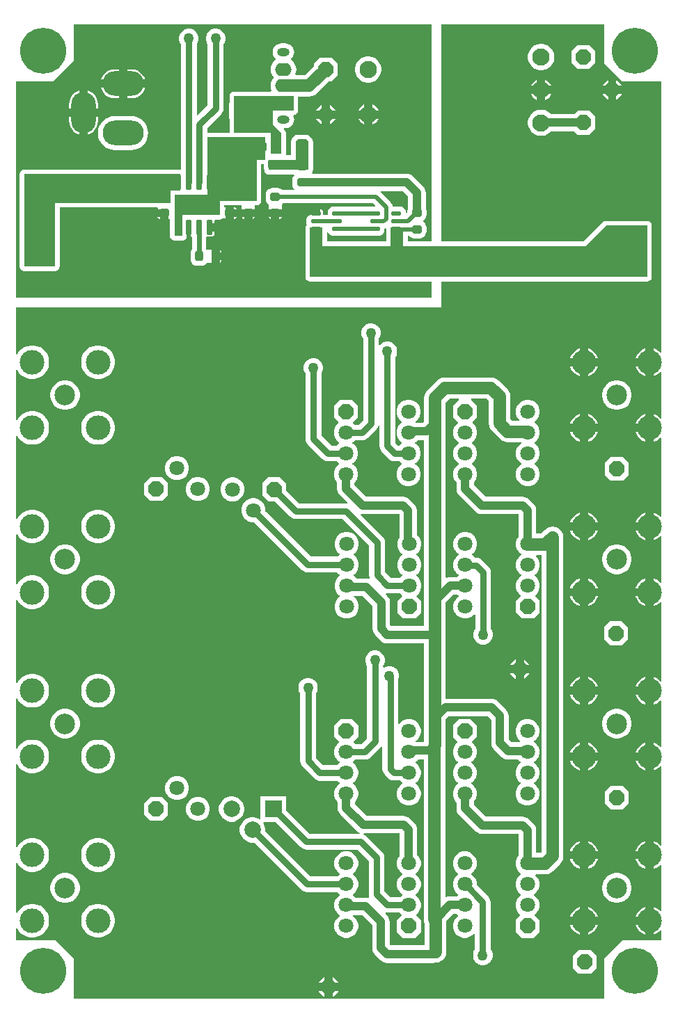
<source format=gbl>
G04*
G04 #@! TF.GenerationSoftware,Altium Limited,Altium Designer,21.3.2 (30)*
G04*
G04 Layer_Physical_Order=2*
G04 Layer_Color=9720587*
%FSTAX24Y24*%
%MOIN*%
G70*
G04*
G04 #@! TF.SameCoordinates,D50E3B47-D74C-4BCA-B3C4-33FD4FEC1BCA*
G04*
G04*
G04 #@! TF.FilePolarity,Positive*
G04*
G01*
G75*
%ADD13C,0.0394*%
%ADD17C,0.0197*%
G04:AMPARAMS|DCode=19|XSize=39.4mil|YSize=47.2mil|CornerRadius=9.8mil|HoleSize=0mil|Usage=FLASHONLY|Rotation=90.000|XOffset=0mil|YOffset=0mil|HoleType=Round|Shape=RoundedRectangle|*
%AMROUNDEDRECTD19*
21,1,0.0394,0.0276,0,0,90.0*
21,1,0.0197,0.0472,0,0,90.0*
1,1,0.0197,0.0138,0.0098*
1,1,0.0197,0.0138,-0.0098*
1,1,0.0197,-0.0138,-0.0098*
1,1,0.0197,-0.0138,0.0098*
%
%ADD19ROUNDEDRECTD19*%
%ADD36C,0.0315*%
%ADD37C,0.0591*%
%ADD38O,0.0984X0.1260*%
%ADD39C,0.2205*%
%ADD40C,0.0709*%
%ADD41P,0.0767X8X22.5*%
%ADD42C,0.0984*%
%ADD43C,0.1181*%
%ADD44C,0.0787*%
%ADD45R,0.0787X0.0787*%
%ADD46C,0.0827*%
%ADD47O,0.0591X0.0394*%
%ADD48O,0.0787X0.0630*%
%ADD49O,0.1181X0.1969*%
%ADD50O,0.1969X0.1181*%
%ADD51C,0.0500*%
%ADD52R,0.0630X0.0866*%
G04:AMPARAMS|DCode=53|XSize=63mil|YSize=86.6mil|CornerRadius=15.7mil|HoleSize=0mil|Usage=FLASHONLY|Rotation=0.000|XOffset=0mil|YOffset=0mil|HoleType=Round|Shape=RoundedRectangle|*
%AMROUNDEDRECTD53*
21,1,0.0630,0.0551,0,0,0.0*
21,1,0.0315,0.0866,0,0,0.0*
1,1,0.0315,0.0157,-0.0276*
1,1,0.0315,-0.0157,-0.0276*
1,1,0.0315,-0.0157,0.0276*
1,1,0.0315,0.0157,0.0276*
%
%ADD53ROUNDEDRECTD53*%
G04:AMPARAMS|DCode=54|XSize=39.4mil|YSize=47.2mil|CornerRadius=9.8mil|HoleSize=0mil|Usage=FLASHONLY|Rotation=180.000|XOffset=0mil|YOffset=0mil|HoleType=Round|Shape=RoundedRectangle|*
%AMROUNDEDRECTD54*
21,1,0.0394,0.0276,0,0,180.0*
21,1,0.0197,0.0472,0,0,180.0*
1,1,0.0197,-0.0098,0.0138*
1,1,0.0197,0.0098,0.0138*
1,1,0.0197,0.0098,-0.0138*
1,1,0.0197,-0.0098,-0.0138*
%
%ADD54ROUNDEDRECTD54*%
G04:AMPARAMS|DCode=55|XSize=70.9mil|YSize=23.6mil|CornerRadius=3mil|HoleSize=0mil|Usage=FLASHONLY|Rotation=90.000|XOffset=0mil|YOffset=0mil|HoleType=Round|Shape=RoundedRectangle|*
%AMROUNDEDRECTD55*
21,1,0.0709,0.0177,0,0,90.0*
21,1,0.0650,0.0236,0,0,90.0*
1,1,0.0059,0.0089,0.0325*
1,1,0.0059,0.0089,-0.0325*
1,1,0.0059,-0.0089,-0.0325*
1,1,0.0059,-0.0089,0.0325*
%
%ADD55ROUNDEDRECTD55*%
G04:AMPARAMS|DCode=56|XSize=42.9mil|YSize=24mil|CornerRadius=6mil|HoleSize=0mil|Usage=FLASHONLY|Rotation=270.000|XOffset=0mil|YOffset=0mil|HoleType=Round|Shape=RoundedRectangle|*
%AMROUNDEDRECTD56*
21,1,0.0429,0.0120,0,0,270.0*
21,1,0.0309,0.0240,0,0,270.0*
1,1,0.0120,-0.0060,-0.0155*
1,1,0.0120,-0.0060,0.0155*
1,1,0.0120,0.0060,0.0155*
1,1,0.0120,0.0060,-0.0155*
%
%ADD56ROUNDEDRECTD56*%
G04:AMPARAMS|DCode=57|XSize=21.7mil|YSize=47.2mil|CornerRadius=5.4mil|HoleSize=0mil|Usage=FLASHONLY|Rotation=90.000|XOffset=0mil|YOffset=0mil|HoleType=Round|Shape=RoundedRectangle|*
%AMROUNDEDRECTD57*
21,1,0.0217,0.0364,0,0,90.0*
21,1,0.0108,0.0472,0,0,90.0*
1,1,0.0108,0.0182,0.0054*
1,1,0.0108,0.0182,-0.0054*
1,1,0.0108,-0.0182,-0.0054*
1,1,0.0108,-0.0182,0.0054*
%
%ADD57ROUNDEDRECTD57*%
%ADD58C,0.0236*%
G36*
X023778Y04942D02*
X022793D01*
Y048731D01*
X023187Y048337D01*
Y047353D01*
X022695D01*
Y048239D01*
Y048337D01*
X020923D01*
Y049617D01*
Y050109D01*
X023778D01*
Y04942D01*
D02*
G37*
G36*
X024486Y047924D02*
Y046566D01*
X022596D01*
Y047058D01*
X023876D01*
Y047944D01*
X023876D01*
X023974Y048042D01*
X024368D01*
X024486Y047924D01*
D02*
G37*
G36*
X029266Y045297D02*
Y044746D01*
X029238Y04468D01*
X029228Y044597D01*
Y044542D01*
X029204Y044524D01*
X029181Y044528D01*
X029153Y044544D01*
X029145Y044604D01*
X029117Y04467D01*
X029074Y044726D01*
X029017Y04477D01*
X028952Y044797D01*
X028881Y044806D01*
X028523D01*
X028514Y044876D01*
X028482Y044953D01*
X028431Y045019D01*
X027942Y045508D01*
X027943Y045522D01*
X027955Y045558D01*
X029005D01*
X029266Y045297D01*
D02*
G37*
G36*
X0224Y047058D02*
X022006D01*
Y046369D01*
Y045089D01*
X020234D01*
Y0444D01*
X018463D01*
Y043416D01*
X018069D01*
Y045385D01*
X019644D01*
Y048141D01*
X0224D01*
Y047058D01*
D02*
G37*
G36*
X028212Y043754D02*
Y043145D01*
X025376D01*
Y043577D01*
X025426Y043587D01*
X025446Y043541D01*
X025489Y043484D01*
X025546Y043441D01*
X025611Y043413D01*
X025682Y043404D01*
X026046D01*
X026117Y043413D01*
X026117Y043414D01*
X027422D01*
X027422Y043413D01*
X027493Y043404D01*
X027857D01*
X027928Y043413D01*
X027994Y043441D01*
X02805Y043484D01*
X028094Y043541D01*
X028121Y043606D01*
X02813Y043677D01*
Y043763D01*
X028172Y043783D01*
X028212Y043754D01*
D02*
G37*
G36*
X030372Y043145D02*
X029244D01*
Y043404D01*
X029309D01*
X029321Y043388D01*
X029386Y043338D01*
X029463Y043306D01*
X029545Y043295D01*
X029821D01*
X029903Y043306D01*
X02998Y043338D01*
X030045Y043388D01*
X030096Y043454D01*
X030128Y043531D01*
X030139Y043613D01*
Y04381D01*
X030128Y043892D01*
X030096Y043969D01*
X030045Y044035D01*
X029991Y044076D01*
X029987Y044095D01*
Y044116D01*
X029991Y044134D01*
X030045Y044176D01*
X030096Y044242D01*
X030128Y044318D01*
X030139Y0444D01*
Y044597D01*
X030128Y04468D01*
X0301Y044746D01*
Y045469D01*
X030086Y045577D01*
X030044Y045678D01*
X029978Y045764D01*
X029978Y045764D01*
X029472Y04627D01*
X029386Y046336D01*
X029285Y046378D01*
X029177Y046392D01*
X029177Y046392D01*
X024691D01*
X024664Y046442D01*
X02469Y046481D01*
X024707Y046566D01*
Y047924D01*
X02469Y048009D01*
X024642Y04808D01*
X024524Y048198D01*
X024453Y048246D01*
X024368Y048263D01*
X023974D01*
X02389Y048246D01*
X023818Y048198D01*
X02372Y0481D01*
X02372Y0481D01*
X023672Y048028D01*
X023655Y047944D01*
Y047279D01*
X023432D01*
X023401Y047317D01*
X023408Y047353D01*
Y048337D01*
X023391Y048422D01*
X023343Y048494D01*
X023313Y048524D01*
X023332Y04857D01*
X023384D01*
X023492Y048584D01*
X023592Y048626D01*
X023679Y048692D01*
X023745Y048779D01*
X023787Y048879D01*
X023801Y048987D01*
X023787Y049095D01*
X023764Y049149D01*
X023768Y049165D01*
X023796Y049203D01*
X023862Y049216D01*
X023934Y049264D01*
X023982Y049336D01*
X023998Y04942D01*
Y050085D01*
X024526D01*
X024659Y050103D01*
X024784Y050154D01*
X024891Y050236D01*
X025472Y050818D01*
X025598D01*
X025884Y051103D01*
Y051674D01*
X025598Y05196D01*
X025028D01*
X024742Y051674D01*
Y051548D01*
X024312Y051117D01*
X023881D01*
X023848Y051167D01*
X023882Y05125D01*
X0239Y051389D01*
X023882Y051527D01*
X023828Y051657D01*
X023743Y051768D01*
X023652Y051837D01*
X023647Y051897D01*
X023679Y051921D01*
X023745Y052007D01*
X023787Y052108D01*
X023801Y052215D01*
X023787Y052323D01*
X023745Y052424D01*
X023679Y05251D01*
X023592Y052577D01*
X023492Y052618D01*
X023384Y052632D01*
X023187D01*
X023079Y052618D01*
X022979Y052577D01*
X022892Y05251D01*
X022826Y052424D01*
X022784Y052323D01*
X02277Y052215D01*
X022784Y052108D01*
X022826Y052007D01*
X022892Y051921D01*
X022923Y051897D01*
X022918Y051837D01*
X022828Y051768D01*
X022742Y051657D01*
X022689Y051527D01*
X022671Y051389D01*
X022689Y05125D01*
X022742Y051121D01*
X022828Y05101D01*
Y05098D01*
X022742Y050869D01*
X022689Y05074D01*
X022671Y050601D01*
X022689Y050463D01*
X022723Y05038D01*
X02269Y05033D01*
X020923D01*
X020839Y050313D01*
X020767Y050265D01*
X020719Y050194D01*
X020702Y050109D01*
Y049788D01*
X020697Y049774D01*
X020684Y049676D01*
Y049125D01*
X020697Y049027D01*
X020702Y049013D01*
Y048361D01*
X019644D01*
X019635Y048368D01*
Y048583D01*
X020304Y049252D01*
X020364Y04933D01*
X020402Y049421D01*
X020415Y049519D01*
Y052585D01*
X020472Y052685D01*
X020504Y052804D01*
Y052926D01*
X020472Y053045D01*
X020411Y053151D01*
X020324Y053238D01*
X020217Y0533D01*
X020099Y053332D01*
X019976D01*
X019857Y0533D01*
X019751Y053238D01*
X019664Y053151D01*
X019603Y053045D01*
X019571Y052926D01*
Y052804D01*
X019603Y052685D01*
X01966Y052585D01*
Y049675D01*
X019181Y049196D01*
X019135Y049215D01*
Y052585D01*
X019193Y052685D01*
X019224Y052804D01*
Y052926D01*
X019193Y053045D01*
X019131Y053151D01*
X019044Y053238D01*
X018938Y0533D01*
X018819Y053332D01*
X018696D01*
X018578Y0533D01*
X018471Y053238D01*
X018385Y053151D01*
X018323Y053045D01*
X018291Y052926D01*
Y052804D01*
X018323Y052685D01*
X018381Y052585D01*
Y046603D01*
X018364Y04659D01*
X010884D01*
X010799Y046573D01*
X010728Y046525D01*
X01068Y046453D01*
X010663Y046369D01*
Y04194D01*
X01068Y041855D01*
X010728Y041784D01*
X010799Y041736D01*
X010884Y041719D01*
X01236D01*
X012445Y041736D01*
X012516Y041784D01*
X012564Y041855D01*
X012581Y04194D01*
Y04477D01*
X017257D01*
X017282Y04472D01*
X017266Y044696D01*
X017577D01*
Y044499D01*
X017774D01*
Y04421D01*
X017792Y044214D01*
X017804Y044222D01*
X017848Y044198D01*
Y043416D01*
X017865Y043332D01*
X017913Y04326D01*
X017984Y043212D01*
X018069Y043195D01*
X018463D01*
X018547Y043212D01*
X018619Y04326D01*
X018667Y043332D01*
X018674Y04337D01*
X018846D01*
X018862Y043373D01*
X018912Y043334D01*
Y042776D01*
X018876Y042729D01*
X018845Y042652D01*
X018834Y04257D01*
Y042294D01*
X018845Y042212D01*
X018876Y042135D01*
X018927Y04207D01*
X018993Y042019D01*
X019069Y041987D01*
X019152Y041976D01*
X019348D01*
X019431Y041987D01*
X019507Y042019D01*
X019573Y04207D01*
X019609Y042117D01*
X019841D01*
X019841Y042117D01*
Y042432D01*
Y042747D01*
D01*
X019841Y042747D01*
X019609D01*
X019588Y042776D01*
Y043345D01*
X019638Y043376D01*
X019669Y04337D01*
X019846D01*
X019897Y04338D01*
X01994Y043408D01*
X019968Y043451D01*
X019979Y043502D01*
Y04363D01*
X019758D01*
Y044023D01*
X019979D01*
Y044151D01*
X020002Y04418D01*
X020234D01*
X020319Y044197D01*
X02039Y044244D01*
X020398Y044256D01*
X020455Y044251D01*
X020511Y044214D01*
X02053Y04421D01*
Y044499D01*
Y044788D01*
X020511Y044784D01*
X020499Y044776D01*
X020455Y0448D01*
Y044869D01*
X021297D01*
Y04473D01*
X021294Y044696D01*
X021612D01*
X021927D01*
X021927Y044696D01*
X021927Y044696D01*
Y044869D01*
X022006D01*
X02209Y044885D01*
X022162Y044933D01*
X02221Y045005D01*
X022227Y045089D01*
Y046369D01*
Y046837D01*
X022356D01*
Y046679D01*
X022365Y046607D01*
X022376Y046582D01*
Y046566D01*
X022392Y046481D01*
X02244Y04641D01*
X022512Y046362D01*
X022596Y046345D01*
X023788D01*
X023804Y04631D01*
X023806Y046295D01*
X023758Y046233D01*
X023727Y046156D01*
X023716Y046074D01*
Y045877D01*
X023727Y045795D01*
X023758Y045718D01*
X023807Y045654D01*
X023805Y045636D01*
X023794Y045604D01*
X023258D01*
X023254Y045609D01*
X023188Y04566D01*
X023112Y045692D01*
X02303Y045702D01*
X022754D01*
X022672Y045692D01*
X022595Y04566D01*
X022529Y045609D01*
X022479Y045544D01*
X022447Y045467D01*
X022436Y045385D01*
Y045188D01*
X022447Y045106D01*
X022479Y045029D01*
X022529Y044963D01*
X022577Y044927D01*
Y044696D01*
X022577Y044696D01*
X022577D01*
X022577Y044696D01*
X022892D01*
X023207D01*
X023207Y044696D01*
X023207Y044696D01*
Y044927D01*
X023254Y044963D01*
X023258Y044969D01*
X027583D01*
X027699Y044853D01*
X02768Y044806D01*
X027493D01*
X027422Y044797D01*
X027422Y044797D01*
X026117D01*
X026117Y044797D01*
X026046Y044806D01*
X025682D01*
X025611Y044797D01*
X025546Y04477D01*
X025489Y044726D01*
X025446Y04467D01*
X025418Y044604D01*
X025409Y044533D01*
Y044425D01*
X025407Y044423D01*
X025182D01*
X02518Y044425D01*
Y044533D01*
X025168Y044593D01*
X025134Y044644D01*
X025083Y044679D01*
X025037Y044688D01*
Y044479D01*
X024841D01*
Y044432D01*
X024658D01*
X024588Y044423D01*
X024522Y044396D01*
X024509Y044386D01*
X024509Y044386D01*
X024465Y044352D01*
X024422Y044296D01*
X024395Y04423D01*
X024385Y044159D01*
Y044051D01*
X024395Y04398D01*
X024404Y043959D01*
X024361Y043894D01*
X024344Y04381D01*
Y042924D01*
Y041448D01*
X024361Y041363D01*
X024409Y041292D01*
X02448Y041244D01*
X024565Y041227D01*
X030372D01*
Y040463D01*
X01049D01*
Y050798D01*
X012262D01*
X013246Y051782D01*
Y053554D01*
X030372D01*
Y043145D01*
D02*
G37*
G36*
X040707Y041448D02*
X024565D01*
Y042924D01*
Y04381D01*
X025156D01*
Y042924D01*
X028433D01*
Y0438D01*
X029024D01*
Y042924D01*
X037754D01*
X038738Y043908D01*
X040707D01*
Y041448D01*
D02*
G37*
G36*
X018364Y045582D02*
X017872D01*
Y044991D01*
X01236D01*
Y04194D01*
X010884D01*
Y046369D01*
X018364D01*
Y045582D01*
D02*
G37*
G36*
X03864Y051684D02*
X03864D01*
X039526Y050798D01*
X041396D01*
Y03783D01*
X041346Y037809D01*
X041265Y03789D01*
X041152Y037965D01*
X041026Y038017D01*
X041022Y038018D01*
Y037353D01*
Y036688D01*
X041026Y036689D01*
X041152Y036741D01*
X041265Y036817D01*
X041346Y036898D01*
X041396Y036877D01*
Y03468D01*
X041346Y034659D01*
X041265Y03474D01*
X041152Y034816D01*
X041026Y034868D01*
X041022Y034869D01*
Y034204D01*
Y033539D01*
X041026Y03354D01*
X041152Y033592D01*
X041265Y033667D01*
X041346Y033748D01*
X041396Y033727D01*
Y029956D01*
X041346Y029935D01*
X041265Y030016D01*
X041152Y030091D01*
X041026Y030143D01*
X041022Y030144D01*
Y029479D01*
Y028814D01*
X041026Y028815D01*
X041152Y028867D01*
X041265Y028943D01*
X041346Y029023D01*
X041396Y029003D01*
Y026806D01*
X041346Y026785D01*
X041265Y026866D01*
X041152Y026942D01*
X041026Y026994D01*
X041022Y026995D01*
Y02633D01*
Y025665D01*
X041026Y025666D01*
X041152Y025718D01*
X041265Y025793D01*
X041346Y025874D01*
X041396Y025853D01*
Y022082D01*
X041346Y022061D01*
X041265Y022142D01*
X041152Y022217D01*
X041026Y022269D01*
X041022Y02227D01*
Y021605D01*
Y02094D01*
X041026Y020941D01*
X041152Y020993D01*
X041265Y021069D01*
X041346Y021149D01*
X041396Y021129D01*
Y018932D01*
X041346Y018911D01*
X041265Y018992D01*
X041152Y019068D01*
X041026Y01912D01*
X041022Y019121D01*
Y018456D01*
Y017791D01*
X041026Y017792D01*
X041152Y017844D01*
X041265Y017919D01*
X041346Y018D01*
X041396Y017979D01*
Y014208D01*
X041346Y014187D01*
X041265Y014268D01*
X041152Y014343D01*
X041026Y014395D01*
X041022Y014396D01*
Y013731D01*
Y013066D01*
X041026Y013067D01*
X041152Y013119D01*
X041265Y013195D01*
X041346Y013275D01*
X041396Y013255D01*
Y011058D01*
X041346Y011037D01*
X041265Y011118D01*
X041152Y011194D01*
X041026Y011246D01*
X041022Y011247D01*
Y010582D01*
Y009917D01*
X041026Y009918D01*
X041152Y00997D01*
X041265Y010045D01*
X041346Y010126D01*
X041396Y010105D01*
Y009656D01*
X039526D01*
X03864Y008771D01*
Y006848D01*
X013246D01*
Y008771D01*
X013246D01*
X01236Y009656D01*
X01049D01*
Y010198D01*
X010539Y010208D01*
X010543Y010199D01*
X010631Y010067D01*
X010743Y009955D01*
X010876Y009866D01*
X011022Y009805D01*
X011178Y009774D01*
X011337D01*
X011493Y009805D01*
X01164Y009866D01*
X011772Y009955D01*
X011885Y010067D01*
X011973Y010199D01*
X012034Y010346D01*
X012065Y010502D01*
Y010661D01*
X012034Y010817D01*
X011973Y010964D01*
X011885Y011096D01*
X011772Y011208D01*
X01164Y011297D01*
X011493Y011358D01*
X011337Y011389D01*
X011178D01*
X011022Y011358D01*
X010876Y011297D01*
X010743Y011208D01*
X010631Y011096D01*
X010543Y010964D01*
X010539Y010956D01*
X01049Y010965D01*
Y013347D01*
X010539Y013357D01*
X010543Y013349D01*
X010631Y013217D01*
X010743Y013104D01*
X010876Y013016D01*
X011022Y012955D01*
X011178Y012924D01*
X011337D01*
X011493Y012955D01*
X01164Y013016D01*
X011772Y013104D01*
X011885Y013217D01*
X011973Y013349D01*
X012034Y013496D01*
X012065Y013652D01*
Y013811D01*
X012034Y013967D01*
X011973Y014113D01*
X011885Y014246D01*
X011772Y014358D01*
X01164Y014446D01*
X011493Y014507D01*
X011337Y014538D01*
X011178D01*
X011022Y014507D01*
X010876Y014446D01*
X010743Y014358D01*
X010631Y014246D01*
X010543Y014113D01*
X010539Y014105D01*
X01049Y014115D01*
Y018072D01*
X010539Y018082D01*
X010543Y018073D01*
X010631Y017941D01*
X010743Y017829D01*
X010876Y01774D01*
X011022Y01768D01*
X011178Y017649D01*
X011337D01*
X011493Y01768D01*
X01164Y01774D01*
X011772Y017829D01*
X011885Y017941D01*
X011973Y018073D01*
X012034Y01822D01*
X012065Y018376D01*
Y018535D01*
X012034Y018691D01*
X011973Y018838D01*
X011885Y01897D01*
X011772Y019082D01*
X01164Y019171D01*
X011493Y019232D01*
X011337Y019263D01*
X011178D01*
X011022Y019232D01*
X010876Y019171D01*
X010743Y019082D01*
X010631Y01897D01*
X010543Y018838D01*
X010539Y01883D01*
X01049Y018839D01*
Y021221D01*
X010539Y021231D01*
X010543Y021223D01*
X010631Y021091D01*
X010743Y020978D01*
X010876Y02089D01*
X011022Y020829D01*
X011178Y020798D01*
X011337D01*
X011493Y020829D01*
X01164Y02089D01*
X011772Y020978D01*
X011885Y021091D01*
X011973Y021223D01*
X012034Y02137D01*
X012065Y021526D01*
Y021685D01*
X012034Y021841D01*
X011973Y021987D01*
X011885Y02212D01*
X011772Y022232D01*
X01164Y02232D01*
X011493Y022381D01*
X011337Y022412D01*
X011178D01*
X011022Y022381D01*
X010876Y02232D01*
X010743Y022232D01*
X010631Y02212D01*
X010543Y021987D01*
X010539Y021979D01*
X01049Y021989D01*
Y025946D01*
X010539Y025956D01*
X010543Y025947D01*
X010631Y025815D01*
X010743Y025703D01*
X010876Y025614D01*
X011022Y025554D01*
X011178Y025523D01*
X011337D01*
X011493Y025554D01*
X01164Y025614D01*
X011772Y025703D01*
X011885Y025815D01*
X011973Y025947D01*
X012034Y026094D01*
X012065Y02625D01*
Y026409D01*
X012034Y026565D01*
X011973Y026712D01*
X011885Y026844D01*
X011772Y026957D01*
X01164Y027045D01*
X011493Y027106D01*
X011337Y027137D01*
X011178D01*
X011022Y027106D01*
X010876Y027045D01*
X010743Y026957D01*
X010631Y026844D01*
X010543Y026712D01*
X010539Y026704D01*
X01049Y026713D01*
Y029095D01*
X010539Y029105D01*
X010543Y029097D01*
X010631Y028965D01*
X010743Y028852D01*
X010876Y028764D01*
X011022Y028703D01*
X011178Y028672D01*
X011337D01*
X011493Y028703D01*
X01164Y028764D01*
X011772Y028852D01*
X011885Y028965D01*
X011973Y029097D01*
X012034Y029244D01*
X012065Y0294D01*
Y029559D01*
X012034Y029715D01*
X011973Y029862D01*
X011885Y029994D01*
X011772Y030106D01*
X01164Y030194D01*
X011493Y030255D01*
X011337Y030286D01*
X011178D01*
X011022Y030255D01*
X010876Y030194D01*
X010743Y030106D01*
X010631Y029994D01*
X010543Y029862D01*
X010539Y029853D01*
X01049Y029863D01*
Y03382D01*
X010539Y03383D01*
X010543Y033821D01*
X010631Y033689D01*
X010743Y033577D01*
X010876Y033488D01*
X011022Y033428D01*
X011178Y033397D01*
X011337D01*
X011493Y033428D01*
X01164Y033488D01*
X011772Y033577D01*
X011885Y033689D01*
X011973Y033821D01*
X012034Y033968D01*
X012065Y034124D01*
Y034283D01*
X012034Y034439D01*
X011973Y034586D01*
X011885Y034718D01*
X011772Y034831D01*
X01164Y034919D01*
X011493Y03498D01*
X011337Y035011D01*
X011178D01*
X011022Y03498D01*
X010876Y034919D01*
X010743Y034831D01*
X010631Y034718D01*
X010543Y034586D01*
X010539Y034578D01*
X01049Y034587D01*
Y036969D01*
X010539Y036979D01*
X010543Y036971D01*
X010631Y036839D01*
X010743Y036726D01*
X010876Y036638D01*
X011022Y036577D01*
X011178Y036546D01*
X011337D01*
X011493Y036577D01*
X01164Y036638D01*
X011772Y036726D01*
X011885Y036839D01*
X011973Y036971D01*
X012034Y037118D01*
X012065Y037274D01*
Y037433D01*
X012034Y037589D01*
X011973Y037736D01*
X011885Y037868D01*
X011772Y03798D01*
X01164Y038068D01*
X011493Y038129D01*
X011337Y03816D01*
X011178D01*
X011022Y038129D01*
X010876Y038068D01*
X010743Y03798D01*
X010631Y037868D01*
X010543Y037736D01*
X010539Y037727D01*
X01049Y037737D01*
Y039971D01*
X030864D01*
Y041227D01*
X040707D01*
X040791Y041244D01*
X040863Y041292D01*
X040911Y041363D01*
X040927Y041448D01*
Y043908D01*
X040911Y043993D01*
X040863Y044064D01*
X040791Y044112D01*
X040707Y044129D01*
X038738D01*
X038654Y044112D01*
X038582Y044064D01*
X037662Y043145D01*
X030864D01*
Y053554D01*
X03864D01*
Y051684D01*
D02*
G37*
%LPC*%
G36*
X016002Y051394D02*
X015805D01*
Y050897D01*
X016664D01*
X016643Y050965D01*
X016579Y051085D01*
X016493Y05119D01*
X016387Y051277D01*
X016268Y051341D01*
X016137Y05138D01*
X016002Y051394D01*
D02*
G37*
G36*
X015411D02*
X015215D01*
X015079Y05138D01*
X014949Y051341D01*
X014829Y051277D01*
X014724Y05119D01*
X014638Y051085D01*
X014573Y050965D01*
X014553Y050897D01*
X015411D01*
Y051394D01*
D02*
G37*
G36*
X027403Y052019D02*
X027279D01*
X027157Y051994D01*
X027043Y051947D01*
X026939Y051878D01*
X026852Y05179D01*
X026783Y051687D01*
X026735Y051572D01*
X026711Y051451D01*
Y051327D01*
X026735Y051205D01*
X026783Y05109D01*
X026852Y050987D01*
X026939Y050899D01*
X027043Y05083D01*
X027157Y050783D01*
X027279Y050759D01*
X027403D01*
X027525Y050783D01*
X027639Y05083D01*
X027742Y050899D01*
X02783Y050987D01*
X027899Y05109D01*
X027947Y051205D01*
X027971Y051327D01*
Y051451D01*
X027947Y051572D01*
X027899Y051687D01*
X02783Y05179D01*
X027742Y051878D01*
X027639Y051947D01*
X027525Y051994D01*
X027403Y052019D01*
D02*
G37*
G36*
X016664Y050503D02*
X015805D01*
Y050006D01*
X016002D01*
X016137Y050019D01*
X016268Y050059D01*
X016387Y050123D01*
X016493Y050209D01*
X016579Y050314D01*
X016643Y050434D01*
X016664Y050503D01*
D02*
G37*
G36*
X015411D02*
X014553D01*
X014573Y050434D01*
X014638Y050314D01*
X014724Y050209D01*
X014829Y050123D01*
X014949Y050059D01*
X015079Y050019D01*
X015215Y050006D01*
X015411D01*
Y050503D01*
D02*
G37*
G36*
X013915Y050377D02*
Y049519D01*
X014412D01*
Y049715D01*
X014399Y049851D01*
X01436Y049981D01*
X014295Y050101D01*
X014209Y050206D01*
X014104Y050292D01*
X013984Y050356D01*
X013915Y050377D01*
D02*
G37*
G36*
X013522Y050377D02*
X013453Y050356D01*
X013333Y050292D01*
X013228Y050206D01*
X013142Y050101D01*
X013077Y049981D01*
X013038Y049851D01*
X013025Y049715D01*
Y049519D01*
X013522D01*
Y050377D01*
D02*
G37*
G36*
X027557Y049702D02*
Y04942D01*
X027839D01*
X027839Y049421D01*
X027771Y049539D01*
X027675Y049634D01*
X027558Y049702D01*
X027557Y049702D01*
D02*
G37*
G36*
X027163D02*
X027162Y049702D01*
X027045Y049634D01*
X026949Y049539D01*
X026882Y049421D01*
X026881Y04942D01*
X027163D01*
Y049702D01*
D02*
G37*
G36*
X02554Y049678D02*
X02551D01*
Y04942D01*
X025767D01*
Y04945D01*
X02554Y049678D01*
D02*
G37*
G36*
X025116D02*
X025086D01*
X024859Y04945D01*
Y04942D01*
X025116D01*
Y049678D01*
D02*
G37*
G36*
X025767Y049026D02*
X02551D01*
Y048769D01*
X02554D01*
X025767Y048996D01*
Y049026D01*
D02*
G37*
G36*
X025116D02*
X024859D01*
Y048996D01*
X025086Y048769D01*
X025116D01*
Y049026D01*
D02*
G37*
G36*
X027839Y049026D02*
X027557D01*
Y048745D01*
X027558Y048745D01*
X027675Y048812D01*
X027771Y048908D01*
X027839Y049025D01*
X027839Y049026D01*
D02*
G37*
G36*
X027163D02*
X026881D01*
X026882Y049025D01*
X026949Y048908D01*
X027045Y048812D01*
X027162Y048745D01*
X027163Y048745D01*
Y049026D01*
D02*
G37*
G36*
X014412Y049125D02*
X013915D01*
Y048266D01*
X013984Y048287D01*
X014104Y048351D01*
X014209Y048437D01*
X014295Y048543D01*
X01436Y048662D01*
X014399Y048793D01*
X014412Y048928D01*
Y049125D01*
D02*
G37*
G36*
X013522D02*
X013025D01*
Y048928D01*
X013038Y048793D01*
X013077Y048662D01*
X013142Y048543D01*
X013228Y048437D01*
X013333Y048351D01*
X013453Y048287D01*
X013522Y048266D01*
Y049125D01*
D02*
G37*
G36*
X016002Y049148D02*
X015215D01*
X015056Y049133D01*
X014904Y049087D01*
X014764Y049012D01*
X014641Y048911D01*
X01454Y048788D01*
X014465Y048648D01*
X014419Y048496D01*
X014404Y048337D01*
X014419Y048179D01*
X014465Y048027D01*
X01454Y047887D01*
X014641Y047764D01*
X014764Y047663D01*
X014904Y047588D01*
X015056Y047542D01*
X015215Y047526D01*
X016002D01*
X01616Y047542D01*
X016312Y047588D01*
X016453Y047663D01*
X016575Y047764D01*
X016676Y047887D01*
X016751Y048027D01*
X016797Y048179D01*
X016813Y048337D01*
X016797Y048496D01*
X016751Y048648D01*
X016676Y048788D01*
X016575Y048911D01*
X016453Y049012D01*
X016312Y049087D01*
X01616Y049133D01*
X016002Y049148D01*
D02*
G37*
G36*
X020923Y044788D02*
Y044696D01*
X021037D01*
X021007Y04474D01*
X020942Y044784D01*
X020923Y044788D01*
D02*
G37*
G36*
X024644Y044688D02*
X024598Y044679D01*
X024595Y044676D01*
X024644D01*
Y044688D01*
D02*
G37*
G36*
X023202Y044302D02*
X023089D01*
Y04421D01*
X023107Y044214D01*
X023173Y044257D01*
X023202Y044302D01*
D02*
G37*
G36*
X021923Y044302D02*
X021809D01*
Y04421D01*
X021827Y044214D01*
X021893Y044257D01*
X021923Y044302D01*
D02*
G37*
G36*
X021415D02*
X021302D01*
X021331Y044257D01*
X021397Y044214D01*
X021415Y04421D01*
Y044302D01*
D02*
G37*
G36*
X021037Y044302D02*
X020923D01*
Y04421D01*
X020942Y044214D01*
X021007Y044257D01*
X021037Y044302D01*
D02*
G37*
G36*
X01738Y044302D02*
X017266D01*
X017296Y044257D01*
X017362Y044214D01*
X01738Y04421D01*
Y044302D01*
D02*
G37*
G36*
X022695D02*
X022581D01*
X022611Y044257D01*
X022677Y044214D01*
X022695Y04421D01*
Y044302D01*
D02*
G37*
G36*
X020234Y042743D02*
Y042629D01*
X020326D01*
X020323Y042647D01*
X020279Y042713D01*
X020234Y042743D01*
D02*
G37*
G36*
X020326Y042235D02*
X020234D01*
Y042121D01*
X020279Y042151D01*
X020323Y042217D01*
X020326Y042235D01*
D02*
G37*
G36*
X037941Y052554D02*
X03737D01*
X037085Y052269D01*
Y051698D01*
X03737Y051412D01*
X037941D01*
X038227Y051698D01*
Y052269D01*
X037941Y052554D01*
D02*
G37*
G36*
X03569Y052609D02*
X035566D01*
X035444Y052585D01*
X03533Y052537D01*
X035226Y052469D01*
X035139Y052381D01*
X03507Y052278D01*
X035022Y052163D01*
X034998Y052041D01*
Y051917D01*
X035022Y051795D01*
X03507Y051681D01*
X035139Y051578D01*
X035226Y05149D01*
X03533Y051421D01*
X035444Y051374D01*
X035566Y051349D01*
X03569D01*
X035812Y051374D01*
X035926Y051421D01*
X03603Y05149D01*
X036117Y051578D01*
X036186Y051681D01*
X036234Y051795D01*
X036258Y051917D01*
Y052041D01*
X036234Y052163D01*
X036186Y052278D01*
X036117Y052381D01*
X03603Y052469D01*
X035926Y052537D01*
X035812Y052585D01*
X03569Y052609D01*
D02*
G37*
G36*
X039261Y050859D02*
X03923D01*
Y050601D01*
X039488D01*
Y050632D01*
X039261Y050859D01*
D02*
G37*
G36*
X038837D02*
X038806D01*
X038579Y050632D01*
Y050601D01*
X038837D01*
Y050859D01*
D02*
G37*
G36*
X035825Y050883D02*
Y050601D01*
X036107D01*
X036106Y050603D01*
X036039Y05072D01*
X035943Y050815D01*
X035826Y050883D01*
X035825Y050883D01*
D02*
G37*
G36*
X035431D02*
X03543Y050883D01*
X035313Y050815D01*
X035217Y05072D01*
X03515Y050603D01*
X035149Y050601D01*
X035431D01*
Y050883D01*
D02*
G37*
G36*
X039488Y050208D02*
X03923D01*
Y04995D01*
X039261D01*
X039488Y050177D01*
Y050208D01*
D02*
G37*
G36*
X038837D02*
X038579D01*
Y050177D01*
X038806Y04995D01*
X038837D01*
Y050208D01*
D02*
G37*
G36*
X036107D02*
X035825D01*
Y049926D01*
X035826Y049926D01*
X035943Y049994D01*
X036039Y050089D01*
X036106Y050206D01*
X036107Y050208D01*
D02*
G37*
G36*
X035431D02*
X035149D01*
X03515Y050206D01*
X035217Y050089D01*
X035313Y049994D01*
X03543Y049926D01*
X035431Y049926D01*
Y050208D01*
D02*
G37*
G36*
X03569Y04946D02*
X035566D01*
X035444Y049435D01*
X03533Y049388D01*
X035226Y049319D01*
X035139Y049231D01*
X03507Y049128D01*
X035022Y049013D01*
X034998Y048892D01*
Y048768D01*
X035022Y048646D01*
X03507Y048531D01*
X035139Y048428D01*
X035226Y04834D01*
X03533Y048271D01*
X035444Y048224D01*
X035566Y0482D01*
X03569D01*
X035812Y048224D01*
X035926Y048271D01*
X03603Y04834D01*
X036104Y048415D01*
X037219D01*
X03737Y048263D01*
X037941D01*
X038227Y048548D01*
Y049119D01*
X037941Y049404D01*
X03737D01*
X037215Y049249D01*
X0361D01*
X03603Y049319D01*
X035926Y049388D01*
X035812Y049435D01*
X03569Y04946D01*
D02*
G37*
G36*
X040628Y038018D02*
X040623Y038017D01*
X040498Y037965D01*
X040385Y03789D01*
X040288Y037793D01*
X040213Y03768D01*
X040161Y037555D01*
X04016Y03755D01*
X040628D01*
Y038018D01*
D02*
G37*
G36*
X037872Y038018D02*
Y03755D01*
X03834D01*
X038339Y037555D01*
X038287Y03768D01*
X038212Y037793D01*
X038115Y03789D01*
X038002Y037965D01*
X037877Y038017D01*
X037872Y038018D01*
D02*
G37*
G36*
X037478D02*
X037474Y038017D01*
X037348Y037965D01*
X037235Y03789D01*
X037139Y037793D01*
X037063Y03768D01*
X037011Y037555D01*
X03701Y03755D01*
X037478D01*
Y038018D01*
D02*
G37*
G36*
X040628Y037156D02*
X04016D01*
X040161Y037152D01*
X040213Y037026D01*
X040288Y036913D01*
X040385Y036817D01*
X040498Y036741D01*
X040623Y036689D01*
X040628Y036688D01*
Y037156D01*
D02*
G37*
G36*
X03834Y037156D02*
X037872D01*
Y036688D01*
X037877Y036689D01*
X038002Y036741D01*
X038115Y036817D01*
X038212Y036913D01*
X038287Y037026D01*
X038339Y037152D01*
X03834Y037156D01*
D02*
G37*
G36*
X037478D02*
X03701D01*
X037011Y037152D01*
X037063Y037026D01*
X037139Y036913D01*
X037235Y036817D01*
X037348Y036741D01*
X037474Y036689D01*
X037478Y036688D01*
Y037156D01*
D02*
G37*
G36*
X014487Y03816D02*
X014328D01*
X014172Y038129D01*
X014025Y038068D01*
X013893Y03798D01*
X013781Y037868D01*
X013692Y037736D01*
X013631Y037589D01*
X0136Y037433D01*
Y037274D01*
X013631Y037118D01*
X013692Y036971D01*
X013781Y036839D01*
X013893Y036726D01*
X014025Y036638D01*
X014172Y036577D01*
X014328Y036546D01*
X014487D01*
X014643Y036577D01*
X01479Y036638D01*
X014922Y036726D01*
X015034Y036839D01*
X015123Y036971D01*
X015184Y037118D01*
X015215Y037274D01*
Y037433D01*
X015184Y037589D01*
X015123Y037736D01*
X015034Y037868D01*
X014922Y03798D01*
X01479Y038068D01*
X014643Y038129D01*
X014487Y03816D01*
D02*
G37*
G36*
X03932Y036487D02*
X03918D01*
X039043Y03646D01*
X038914Y036406D01*
X038798Y036329D01*
X0387Y03623D01*
X038622Y036114D01*
X038569Y035985D01*
X038541Y035848D01*
Y035709D01*
X038569Y035572D01*
X038622Y035443D01*
X0387Y035327D01*
X038798Y035228D01*
X038914Y03515D01*
X039043Y035097D01*
X03918Y03507D01*
X03932D01*
X039457Y035097D01*
X039586Y03515D01*
X039702Y035228D01*
X0398Y035327D01*
X039878Y035443D01*
X039931Y035572D01*
X039959Y035709D01*
Y035848D01*
X039931Y035985D01*
X039878Y036114D01*
X0398Y03623D01*
X039702Y036329D01*
X039586Y036406D01*
X039457Y03646D01*
X03932Y036487D01*
D02*
G37*
G36*
X012902D02*
X012763D01*
X012626Y03646D01*
X012497Y036406D01*
X012381Y036329D01*
X012282Y03623D01*
X012205Y036114D01*
X012151Y035985D01*
X012124Y035848D01*
Y035709D01*
X012151Y035572D01*
X012205Y035443D01*
X012282Y035327D01*
X012381Y035228D01*
X012497Y03515D01*
X012626Y035097D01*
X012763Y03507D01*
X012902D01*
X013039Y035097D01*
X013168Y03515D01*
X013284Y035228D01*
X013383Y035327D01*
X013461Y035443D01*
X013514Y035572D01*
X013541Y035709D01*
Y035848D01*
X013514Y035985D01*
X013461Y036114D01*
X013383Y03623D01*
X013284Y036329D01*
X013168Y036406D01*
X013039Y03646D01*
X012902Y036487D01*
D02*
G37*
G36*
X037872Y034869D02*
Y0344D01*
X03834D01*
X038339Y034405D01*
X038287Y034531D01*
X038212Y034644D01*
X038115Y03474D01*
X038002Y034816D01*
X037877Y034868D01*
X037872Y034869D01*
D02*
G37*
G36*
X040628D02*
X040623Y034868D01*
X040498Y034816D01*
X040385Y03474D01*
X040288Y034644D01*
X040213Y034531D01*
X040161Y034405D01*
X04016Y0344D01*
X040628D01*
Y034869D01*
D02*
G37*
G36*
X037478D02*
X037474Y034868D01*
X037348Y034816D01*
X037235Y03474D01*
X037139Y034644D01*
X037063Y034531D01*
X037011Y034405D01*
X03701Y0344D01*
X037478D01*
Y034869D01*
D02*
G37*
G36*
X02754Y039221D02*
X027417D01*
X027298Y03919D01*
X027192Y039128D01*
X027105Y039041D01*
X027044Y038935D01*
X027012Y038816D01*
Y038693D01*
X027044Y038575D01*
X027101Y038475D01*
Y03458D01*
X02688Y03436D01*
X026707D01*
X026627Y034439D01*
X026623Y034472D01*
X026848Y034697D01*
Y035268D01*
X026562Y035553D01*
X025991D01*
X025706Y035268D01*
Y034697D01*
X025931Y034472D01*
X025926Y034439D01*
X02582Y034333D01*
X025745Y034203D01*
X025706Y034057D01*
Y033907D01*
X025745Y033762D01*
X02582Y033632D01*
X025926Y033525D01*
X025958Y033507D01*
Y033457D01*
X025926Y033439D01*
X025847Y03336D01*
X025589D01*
X0251Y033849D01*
Y036802D01*
X025157Y036902D01*
X025189Y03702D01*
Y037143D01*
X025157Y037262D01*
X025096Y037368D01*
X025009Y037455D01*
X024903Y037516D01*
X024784Y037548D01*
X024661D01*
X024542Y037516D01*
X024436Y037455D01*
X024349Y037368D01*
X024288Y037262D01*
X024256Y037143D01*
Y03702D01*
X024288Y036902D01*
X024345Y036802D01*
Y033693D01*
X024358Y033595D01*
X024396Y033504D01*
X024456Y033426D01*
X025166Y032716D01*
X025244Y032656D01*
X025335Y032618D01*
X025433Y032605D01*
X025847D01*
X025926Y032525D01*
X025958Y032507D01*
Y032457D01*
X025926Y032439D01*
X02582Y032333D01*
X025745Y032203D01*
X025706Y032057D01*
Y031907D01*
X025745Y031762D01*
X02582Y031632D01*
X02586Y031592D01*
Y031295D01*
X02586Y031295D01*
X025874Y031187D01*
X025916Y031086D01*
X025982Y031D01*
X026353Y030629D01*
X026329Y030582D01*
X026278Y030589D01*
X024052D01*
X023417Y031223D01*
Y031546D01*
X023132Y031831D01*
X022561D01*
X022276Y031546D01*
Y030975D01*
X022561Y03069D01*
X022884D01*
X023629Y029945D01*
X023707Y029885D01*
X023798Y029847D01*
X023895Y029834D01*
X026121D01*
X027396Y028559D01*
Y027141D01*
X027409Y027043D01*
X027423Y02701D01*
X027384Y026972D01*
X02736Y026982D01*
X027252Y026996D01*
X027252Y026996D01*
X026767D01*
X026667Y027097D01*
X026635Y027115D01*
Y027165D01*
X026667Y027183D01*
X026773Y027289D01*
X026848Y027419D01*
X026887Y027565D01*
Y027715D01*
X026848Y02786D01*
X026773Y02799D01*
X026667Y028097D01*
X026635Y028115D01*
Y028165D01*
X026667Y028183D01*
X026773Y028289D01*
X026848Y028419D01*
X026887Y028565D01*
Y028715D01*
X026848Y02886D01*
X026773Y02899D01*
X026667Y029097D01*
X026536Y029172D01*
X026391Y029211D01*
X026241D01*
X026096Y029172D01*
X025966Y029097D01*
X025859Y02899D01*
X025784Y02886D01*
X025745Y028715D01*
Y028565D01*
X025784Y028419D01*
X025859Y028289D01*
X025966Y028183D01*
X025997Y028165D01*
Y028115D01*
X025966Y028097D01*
X025906Y028037D01*
X024604D01*
X022417Y030223D01*
Y030336D01*
X022378Y030481D01*
X022303Y030611D01*
X022197Y030717D01*
X022067Y030792D01*
X021922Y030831D01*
X021771D01*
X021626Y030792D01*
X021496Y030717D01*
X02139Y030611D01*
X021314Y030481D01*
X021276Y030336D01*
Y030185D01*
X021314Y03004D01*
X02139Y02991D01*
X021496Y029804D01*
X021626Y029728D01*
X021771Y02969D01*
X021884D01*
X024181Y027393D01*
X024259Y027333D01*
X02435Y027295D01*
X024447Y027282D01*
X025866D01*
X025966Y027183D01*
X025997Y027165D01*
Y027115D01*
X025966Y027097D01*
X025859Y02699D01*
X025784Y02686D01*
X025745Y026715D01*
Y026565D01*
X025784Y026419D01*
X025859Y026289D01*
X025966Y026183D01*
X025997Y026165D01*
Y026115D01*
X025966Y026097D01*
X025859Y02599D01*
X025784Y02586D01*
X025745Y025715D01*
Y025565D01*
X025784Y025419D01*
X025859Y025289D01*
X025966Y025183D01*
X026096Y025108D01*
X026241Y025069D01*
X026391D01*
X026536Y025108D01*
X026667Y025183D01*
X026773Y025289D01*
X026848Y025419D01*
X026887Y025565D01*
Y025715D01*
X026848Y02586D01*
X026773Y02599D01*
X026667Y026097D01*
X026639Y026113D01*
X026652Y026163D01*
X027079D01*
X027554Y025688D01*
Y024582D01*
X027554Y024582D01*
X027568Y024474D01*
X027609Y024373D01*
X027676Y024287D01*
X027971Y023991D01*
X027971Y023991D01*
X028057Y023925D01*
X028158Y023884D01*
X028266Y023869D01*
X030033D01*
Y020355D01*
Y019153D01*
X029633D01*
X02962Y019203D01*
X029648Y019219D01*
X029754Y019326D01*
X029829Y019456D01*
X029868Y019601D01*
Y019751D01*
X029829Y019896D01*
X029754Y020027D01*
X029648Y020133D01*
X029518Y020208D01*
X029372Y020247D01*
X029222D01*
X029077Y020208D01*
X028947Y020133D01*
X02884Y020027D01*
X028829Y020007D01*
X028781Y02002D01*
Y022106D01*
X028799Y022138D01*
X028831Y022256D01*
Y022379D01*
X028799Y022498D01*
X028737Y022604D01*
X028651Y022691D01*
X028544Y022753D01*
X028426Y022784D01*
X028303D01*
X028184Y022753D01*
X028102Y022705D01*
X028052Y022734D01*
Y022796D01*
X02811Y022896D01*
X028142Y023014D01*
Y023137D01*
X02811Y023256D01*
X028049Y023362D01*
X027962Y023449D01*
X027855Y02351D01*
X027737Y023542D01*
X027614D01*
X027495Y02351D01*
X027389Y023449D01*
X027302Y023362D01*
X02724Y023256D01*
X027209Y023137D01*
Y023014D01*
X02724Y022896D01*
X027298Y022796D01*
Y019324D01*
X027027Y019053D01*
X026727D01*
X026648Y019133D01*
X026643Y019166D01*
X026868Y019391D01*
Y019961D01*
X026583Y020247D01*
X026012D01*
X025726Y019961D01*
Y019391D01*
X025951Y019166D01*
X025947Y019133D01*
X02584Y019027D01*
X025765Y018896D01*
X025726Y018751D01*
Y018601D01*
X025765Y018456D01*
X02584Y018326D01*
X025947Y018219D01*
X025978Y018201D01*
Y018151D01*
X025947Y018133D01*
X02586Y018047D01*
X025187D01*
X024844Y018389D01*
Y021467D01*
X024902Y021567D01*
X024933Y021686D01*
Y021808D01*
X024902Y021927D01*
X02484Y022033D01*
X024753Y02212D01*
X024647Y022182D01*
X024528Y022213D01*
X024406D01*
X024287Y022182D01*
X02418Y02212D01*
X024094Y022033D01*
X024032Y021927D01*
X024Y021808D01*
Y021686D01*
X024032Y021567D01*
X02409Y021467D01*
Y018233D01*
X024103Y018135D01*
X02414Y018044D01*
X0242Y017966D01*
X024764Y017403D01*
X024842Y017343D01*
X024933Y017305D01*
X02503Y017292D01*
X025874D01*
X025947Y017219D01*
X025978Y017201D01*
Y017151D01*
X025947Y017133D01*
X02584Y017027D01*
X025765Y016896D01*
X025726Y016751D01*
Y016601D01*
X025765Y016456D01*
X02584Y016326D01*
X02588Y016286D01*
Y015989D01*
X02588Y015989D01*
X025894Y015881D01*
X025936Y01578D01*
X026002Y015694D01*
X02681Y014886D01*
X026897Y01482D01*
X026963Y014792D01*
X026953Y014742D01*
X024554D01*
X02342Y015877D01*
Y01655D01*
X022199D01*
Y015473D01*
X022149Y015447D01*
X022099Y015481D01*
X021987Y015527D01*
X02187Y01555D01*
X021749D01*
X021631Y015527D01*
X02152Y015481D01*
X02142Y015414D01*
X021335Y015329D01*
X021269Y015229D01*
X021223Y015118D01*
X021199Y015D01*
Y01488D01*
X021223Y014762D01*
X021269Y014651D01*
X021335Y014551D01*
X02142Y014466D01*
X02152Y014399D01*
X021631Y014353D01*
X021749Y01433D01*
X02187D01*
X021883Y014332D01*
X024144Y012072D01*
X024222Y012012D01*
X024313Y011974D01*
X02441Y011962D01*
X025862D01*
X025947Y011877D01*
X025978Y011859D01*
Y011809D01*
X025947Y01179D01*
X02584Y011684D01*
X025765Y011554D01*
X025726Y011409D01*
Y011258D01*
X025765Y011113D01*
X02584Y010983D01*
X025947Y010877D01*
X025978Y010859D01*
Y010809D01*
X025947Y01079D01*
X02584Y010684D01*
X025765Y010554D01*
X025726Y010409D01*
Y010258D01*
X025765Y010113D01*
X02584Y009983D01*
X025947Y009877D01*
X026077Y009802D01*
X026222Y009763D01*
X026372D01*
X026518Y009802D01*
X026648Y009877D01*
X026754Y009983D01*
X026829Y010113D01*
X026868Y010258D01*
Y010409D01*
X026829Y010554D01*
X026754Y010684D01*
X026648Y01079D01*
X02662Y010806D01*
X026633Y010856D01*
X02706D01*
X027535Y010382D01*
Y009275D01*
X027535Y009275D01*
X027549Y009167D01*
X02759Y009067D01*
X027657Y008981D01*
X027952Y008685D01*
X027952Y008685D01*
X028038Y008619D01*
X028139Y008577D01*
X028247Y008563D01*
X030463D01*
X030463Y008563D01*
X03054Y008573D01*
X030569Y008569D01*
X030703Y008587D01*
X030827Y008638D01*
X030934Y00872D01*
X031016Y008827D01*
X031068Y008952D01*
X031085Y009086D01*
Y010576D01*
X031426Y010917D01*
X031581D01*
X031621Y010877D01*
X031653Y010859D01*
Y010809D01*
X031621Y01079D01*
X031515Y010684D01*
X03144Y010554D01*
X031401Y010409D01*
Y010258D01*
X03144Y010113D01*
X031515Y009983D01*
X031621Y009877D01*
X031751Y009802D01*
X031897Y009763D01*
X032047D01*
X032192Y009802D01*
X032322Y009877D01*
X032406Y009961D01*
X032456Y00994D01*
Y009197D01*
X032399Y009098D01*
X032367Y008979D01*
Y008856D01*
X032399Y008737D01*
X03246Y008631D01*
X032547Y008544D01*
X032653Y008483D01*
X032772Y008451D01*
X032895D01*
X033014Y008483D01*
X03312Y008544D01*
X033207Y008631D01*
X033268Y008737D01*
X0333Y008856D01*
Y008979D01*
X033268Y009098D01*
X033211Y009197D01*
Y011474D01*
X033198Y011572D01*
X03316Y011663D01*
X0331Y011741D01*
X032543Y012298D01*
Y012409D01*
X032504Y012554D01*
X032428Y012684D01*
X032322Y01279D01*
X032291Y012809D01*
Y012859D01*
X032322Y012877D01*
X032428Y012983D01*
X032504Y013113D01*
X032543Y013258D01*
Y013409D01*
X032504Y013554D01*
X032428Y013684D01*
X032322Y01379D01*
X032192Y013866D01*
X032047Y013904D01*
X031897D01*
X031751Y013866D01*
X031621Y01379D01*
X031515Y013684D01*
X03144Y013554D01*
X031401Y013409D01*
Y013258D01*
X03144Y013113D01*
X031515Y012983D01*
X031621Y012877D01*
X031653Y012859D01*
Y012809D01*
X031621Y01279D01*
X031515Y012684D01*
X03144Y012554D01*
X031401Y012409D01*
Y012258D01*
X03144Y012113D01*
X031515Y011983D01*
X031621Y011877D01*
X031653Y011859D01*
Y011809D01*
X031621Y01179D01*
X031581Y011751D01*
X031253D01*
X031253Y011751D01*
X031146Y011736D01*
X031088Y011712D01*
X031046Y01174D01*
Y01883D01*
X031047Y018833D01*
X031065Y018967D01*
Y02024D01*
X031214Y02039D01*
X033078D01*
X033243Y020225D01*
Y019118D01*
X033243Y019118D01*
X033257Y01901D01*
X033299Y018909D01*
X033365Y018823D01*
X033759Y018429D01*
X033759Y018429D01*
X033845Y018363D01*
X033946Y018321D01*
X034054Y018307D01*
X034533D01*
X034621Y018219D01*
X034653Y018201D01*
Y018151D01*
X034621Y018133D01*
X034515Y018027D01*
X03444Y017896D01*
X034401Y017751D01*
Y017601D01*
X03444Y017456D01*
X034515Y017326D01*
X034621Y017219D01*
X034653Y017201D01*
Y017151D01*
X034621Y017133D01*
X034515Y017027D01*
X03444Y016896D01*
X034401Y016751D01*
Y016601D01*
X03444Y016456D01*
X034515Y016326D01*
X034621Y016219D01*
X034751Y016144D01*
X034897Y016105D01*
X035047D01*
X035192Y016144D01*
X035322Y016219D01*
X035428Y016326D01*
X035504Y016456D01*
X035543Y016601D01*
Y016751D01*
X035504Y016896D01*
X035428Y017027D01*
X035322Y017133D01*
X035291Y017151D01*
Y017201D01*
X035322Y017219D01*
X035428Y017326D01*
X035504Y017456D01*
X035543Y017601D01*
Y017751D01*
X035504Y017896D01*
X035428Y018027D01*
X035322Y018133D01*
X035291Y018151D01*
Y018201D01*
X035322Y018219D01*
X035428Y018326D01*
X035504Y018456D01*
X035543Y018601D01*
Y018751D01*
X035504Y018896D01*
X035428Y019027D01*
X035322Y019133D01*
X035291Y019151D01*
Y019201D01*
X035322Y019219D01*
X035428Y019326D01*
X035504Y019456D01*
X035543Y019601D01*
Y019751D01*
X035504Y019896D01*
X035428Y020027D01*
X035322Y020133D01*
X035192Y020208D01*
X035047Y020247D01*
X034897D01*
X034751Y020208D01*
X034621Y020133D01*
X034515Y020027D01*
X03444Y019896D01*
X034401Y019751D01*
Y019601D01*
X03444Y019456D01*
X034515Y019326D01*
X03462Y019221D01*
X034621Y019219D01*
X034626Y019159D01*
X034607Y019141D01*
X034227D01*
X034077Y019291D01*
Y020397D01*
X034077Y020397D01*
X034063Y020505D01*
X034021Y020606D01*
X033955Y020692D01*
X033955Y020692D01*
X033546Y021102D01*
X033459Y021168D01*
X033359Y02121D01*
X033251Y021224D01*
X033251Y021224D01*
X031065D01*
Y024517D01*
Y025843D01*
X031445Y026223D01*
X0316D01*
X03164Y026183D01*
X031672Y026165D01*
Y026115D01*
X03164Y026097D01*
X031534Y02599D01*
X031459Y02586D01*
X03142Y025715D01*
Y025565D01*
X031459Y025419D01*
X031534Y025289D01*
X03164Y025183D01*
X03177Y025108D01*
X031915Y025069D01*
X032066D01*
X032211Y025108D01*
X032341Y025183D01*
X032425Y025267D01*
X032475Y025246D01*
Y024566D01*
X032418Y024466D01*
X032386Y024348D01*
Y024225D01*
X032418Y024106D01*
X032479Y024D01*
X032566Y023913D01*
X032672Y023852D01*
X032791Y02382D01*
X032914D01*
X033032Y023852D01*
X033139Y023913D01*
X033226Y024D01*
X033287Y024106D01*
X033319Y024225D01*
Y024348D01*
X033287Y024466D01*
X03323Y024566D01*
Y027274D01*
X033217Y027372D01*
X033179Y027463D01*
X033119Y027541D01*
X032775Y027885D01*
X032697Y027945D01*
X032606Y027983D01*
X032508Y027996D01*
X032442D01*
X032341Y028097D01*
X03231Y028115D01*
Y028165D01*
X032341Y028183D01*
X032447Y028289D01*
X032523Y028419D01*
X032561Y028565D01*
Y028715D01*
X032523Y02886D01*
X032447Y02899D01*
X032341Y029097D01*
X032211Y029172D01*
X032066Y029211D01*
X031915D01*
X03177Y029172D01*
X03164Y029097D01*
X031534Y02899D01*
X031459Y02886D01*
X03142Y028715D01*
Y028565D01*
X031459Y028419D01*
X031534Y028289D01*
X03164Y028183D01*
X031672Y028165D01*
Y028115D01*
X03164Y028097D01*
X031534Y02799D01*
X031459Y02786D01*
X03142Y027715D01*
Y027565D01*
X031459Y027419D01*
X031534Y027289D01*
X03164Y027183D01*
X031672Y027165D01*
Y027115D01*
X03164Y027097D01*
X0316Y027057D01*
X031272D01*
X031272Y027057D01*
X031164Y027043D01*
X031107Y027019D01*
X031065Y027046D01*
Y034438D01*
Y035427D01*
X031235Y035597D01*
X03169D01*
X031699Y035547D01*
X03142Y035268D01*
Y034697D01*
X031644Y034472D01*
X03164Y034439D01*
X031534Y034333D01*
X031459Y034203D01*
X03142Y034057D01*
Y033907D01*
X031459Y033762D01*
X031534Y033632D01*
X03164Y033525D01*
X031672Y033507D01*
Y033457D01*
X03164Y033439D01*
X031534Y033333D01*
X031459Y033203D01*
X03142Y033057D01*
Y032907D01*
X031459Y032762D01*
X031534Y032632D01*
X03164Y032525D01*
X031672Y032507D01*
Y032457D01*
X03164Y032439D01*
X031534Y032333D01*
X031459Y032203D01*
X03142Y032057D01*
Y031907D01*
X031459Y031762D01*
X031534Y031632D01*
X031574Y031592D01*
Y031295D01*
X031574Y031295D01*
X031588Y031187D01*
X031629Y031086D01*
X031696Y031D01*
X032504Y030192D01*
X03259Y030126D01*
X032691Y030084D01*
X032798Y03007D01*
X032798Y03007D01*
X034557D01*
Y029014D01*
X034534Y02899D01*
X034459Y02886D01*
X03442Y028715D01*
Y028565D01*
X034459Y028419D01*
X034534Y028289D01*
X03464Y028183D01*
X034672Y028165D01*
Y028115D01*
X03464Y028097D01*
X034534Y02799D01*
X034459Y02786D01*
X03442Y027715D01*
Y027565D01*
X034459Y027419D01*
X034534Y027289D01*
X03464Y027183D01*
X034672Y027165D01*
Y027115D01*
X03464Y027097D01*
X034534Y02699D01*
X034459Y02686D01*
X03442Y026715D01*
Y026565D01*
X034459Y026419D01*
X034534Y026289D01*
X03464Y026183D01*
X034644Y02615D01*
X03442Y025925D01*
Y025354D01*
X034705Y025069D01*
X035276D01*
X035561Y025354D01*
Y025925D01*
X035337Y02615D01*
X035341Y026183D01*
X035447Y026289D01*
X035523Y026419D01*
X035561Y026565D01*
Y026715D01*
X035523Y02686D01*
X035447Y02699D01*
X035341Y027097D01*
X03531Y027115D01*
Y027165D01*
X035341Y027183D01*
X035447Y027289D01*
X035523Y027419D01*
X035561Y027565D01*
Y027715D01*
X035523Y02786D01*
X035447Y02799D01*
X035387Y028051D01*
X035407Y028101D01*
X035663D01*
Y013878D01*
X035619Y013834D01*
X035395D01*
Y014928D01*
X035395Y014928D01*
X035381Y015036D01*
X035339Y015136D01*
X035273Y015222D01*
X035042Y015453D01*
X034956Y015519D01*
X034855Y015561D01*
X034747Y015575D01*
X034747Y015575D01*
X032975D01*
X032411Y016139D01*
Y016308D01*
X032428Y016326D01*
X032504Y016456D01*
X032543Y016601D01*
Y016751D01*
X032504Y016896D01*
X032428Y017027D01*
X032322Y017133D01*
X032291Y017151D01*
Y017201D01*
X032322Y017219D01*
X032428Y017326D01*
X032504Y017456D01*
X032543Y017601D01*
Y017751D01*
X032504Y017896D01*
X032428Y018027D01*
X032322Y018133D01*
X032291Y018151D01*
Y018201D01*
X032322Y018219D01*
X032428Y018326D01*
X032504Y018456D01*
X032543Y018601D01*
Y018751D01*
X032504Y018896D01*
X032428Y019027D01*
X032322Y019133D01*
X032318Y019166D01*
X032543Y019391D01*
Y019961D01*
X032257Y020247D01*
X031686D01*
X031401Y019961D01*
Y019391D01*
X031625Y019166D01*
X031621Y019133D01*
X031515Y019027D01*
X03144Y018896D01*
X031401Y018751D01*
Y018601D01*
X03144Y018456D01*
X031515Y018326D01*
X031621Y018219D01*
X031653Y018201D01*
Y018151D01*
X031621Y018133D01*
X031515Y018027D01*
X03144Y017896D01*
X031401Y017751D01*
Y017601D01*
X03144Y017456D01*
X031515Y017326D01*
X031621Y017219D01*
X031653Y017201D01*
Y017151D01*
X031621Y017133D01*
X031515Y017027D01*
X03144Y016896D01*
X031401Y016751D01*
Y016601D01*
X03144Y016456D01*
X031515Y016326D01*
X031577Y016263D01*
Y015966D01*
X031577Y015966D01*
X031592Y015858D01*
X031633Y015758D01*
X031699Y015671D01*
X032507Y014863D01*
X032594Y014797D01*
X032694Y014756D01*
X032802Y014741D01*
X032802Y014741D01*
X034561D01*
Y01373D01*
X034515Y013684D01*
X03444Y013554D01*
X034401Y013409D01*
Y013258D01*
X03444Y013113D01*
X034515Y012983D01*
X034621Y012877D01*
X034653Y012859D01*
Y012809D01*
X034621Y01279D01*
X034515Y012684D01*
X03444Y012554D01*
X034401Y012409D01*
Y012258D01*
X03444Y012113D01*
X034515Y011983D01*
X034621Y011877D01*
X034653Y011859D01*
Y011809D01*
X034621Y01179D01*
X034515Y011684D01*
X03444Y011554D01*
X034401Y011409D01*
Y011258D01*
X03444Y011113D01*
X034515Y010983D01*
X034621Y010877D01*
X034625Y010844D01*
X034401Y010619D01*
Y010048D01*
X034686Y009763D01*
X035257D01*
X035543Y010048D01*
Y010619D01*
X035318Y010844D01*
X035322Y010877D01*
X035428Y010983D01*
X035504Y011113D01*
X035543Y011258D01*
Y011409D01*
X035504Y011554D01*
X035428Y011684D01*
X035322Y01179D01*
X035291Y011809D01*
Y011859D01*
X035322Y011877D01*
X035428Y011983D01*
X035504Y012113D01*
X035543Y012258D01*
Y012409D01*
X035504Y012554D01*
X035428Y012684D01*
X035361Y012752D01*
X035382Y012802D01*
X035833D01*
X035967Y012819D01*
X036091Y012871D01*
X036198Y012953D01*
X036544Y013299D01*
X036626Y013406D01*
X036678Y01353D01*
X036695Y013664D01*
Y028963D01*
X036678Y029097D01*
X036626Y029221D01*
X036544Y029328D01*
X036437Y02941D01*
X036313Y029462D01*
X036179Y029479D01*
X036046Y029462D01*
X035921Y02941D01*
X035814Y029328D01*
X035619Y029133D01*
X035391D01*
Y030256D01*
X035391Y030256D01*
X035377Y030364D01*
X035335Y030465D01*
X035269Y030551D01*
X035039Y030782D01*
X034952Y030848D01*
X034852Y03089D01*
X034744Y030904D01*
X034744Y030904D01*
X032971D01*
X032408Y031468D01*
Y031592D01*
X032447Y031632D01*
X032523Y031762D01*
X032561Y031907D01*
Y032057D01*
X032523Y032203D01*
X032447Y032333D01*
X032341Y032439D01*
X03231Y032457D01*
Y032507D01*
X032341Y032525D01*
X032447Y032632D01*
X032523Y032762D01*
X032561Y032907D01*
Y033057D01*
X032523Y033203D01*
X032447Y033333D01*
X032341Y033439D01*
X03231Y033457D01*
Y033507D01*
X032341Y033525D01*
X032447Y033632D01*
X032523Y033762D01*
X032561Y033907D01*
Y034057D01*
X032523Y034203D01*
X032447Y034333D01*
X032341Y034439D01*
X032337Y034472D01*
X032561Y034697D01*
Y035268D01*
X032282Y035547D01*
X032291Y035597D01*
X033016D01*
X033124Y03549D01*
Y034424D01*
X033141Y03429D01*
X033193Y034166D01*
X033275Y034059D01*
X033668Y033665D01*
X033775Y033583D01*
X0339Y033532D01*
X034033Y033514D01*
X03466D01*
X034672Y033507D01*
Y033457D01*
X03464Y033439D01*
X034534Y033333D01*
X034459Y033203D01*
X03442Y033057D01*
Y032907D01*
X034459Y032762D01*
X034534Y032632D01*
X03464Y032525D01*
X034672Y032507D01*
Y032457D01*
X03464Y032439D01*
X034534Y032333D01*
X034459Y032203D01*
X03442Y032057D01*
Y031907D01*
X034459Y031762D01*
X034534Y031632D01*
X03464Y031525D01*
X03477Y03145D01*
X034915Y031411D01*
X035066D01*
X035211Y03145D01*
X035341Y031525D01*
X035447Y031632D01*
X035523Y031762D01*
X035561Y031907D01*
Y032057D01*
X035523Y032203D01*
X035447Y032333D01*
X035341Y032439D01*
X03531Y032457D01*
Y032507D01*
X035341Y032525D01*
X035447Y032632D01*
X035523Y032762D01*
X035561Y032907D01*
Y033057D01*
X035523Y033203D01*
X035447Y033333D01*
X035341Y033439D01*
X03531Y033457D01*
Y033507D01*
X035341Y033525D01*
X035447Y033632D01*
X035523Y033762D01*
X035561Y033907D01*
Y034057D01*
X035523Y034203D01*
X035447Y034333D01*
X035341Y034439D01*
X03531Y034457D01*
Y034507D01*
X035341Y034525D01*
X035447Y034632D01*
X035523Y034762D01*
X035561Y034907D01*
Y035057D01*
X035523Y035203D01*
X035447Y035333D01*
X035341Y035439D01*
X035211Y035514D01*
X035066Y035553D01*
X034915D01*
X03477Y035514D01*
X03464Y035439D01*
X034534Y035333D01*
X034459Y035203D01*
X03442Y035057D01*
Y034907D01*
X034459Y034762D01*
X034534Y034632D01*
X034573Y034593D01*
X034554Y034547D01*
X034247D01*
X034156Y034638D01*
Y035704D01*
X034138Y035837D01*
X034087Y035962D01*
X034005Y036069D01*
X033595Y036478D01*
X033488Y03656D01*
X033364Y036612D01*
X03323Y036629D01*
X031021D01*
X030888Y036612D01*
X030763Y03656D01*
X030656Y036478D01*
X030184Y036006D01*
X030102Y035899D01*
X03005Y035774D01*
X030033Y035641D01*
Y034512D01*
X02998Y03446D01*
X029613D01*
X0296Y034509D01*
X029627Y034525D01*
X029734Y034632D01*
X029809Y034762D01*
X029848Y034907D01*
Y035057D01*
X029809Y035203D01*
X029734Y035333D01*
X029627Y035439D01*
X029497Y035514D01*
X029352Y035553D01*
X029202D01*
X029056Y035514D01*
X028926Y035439D01*
X02882Y035333D01*
X028745Y035203D01*
X028706Y035057D01*
Y034907D01*
X028745Y034762D01*
X02882Y034632D01*
X028926Y034525D01*
X028958Y034507D01*
Y034457D01*
X028926Y034439D01*
X02882Y034333D01*
X028745Y034203D01*
X028706Y034057D01*
Y033907D01*
X028745Y033762D01*
X02882Y033632D01*
X028926Y033525D01*
X028958Y033507D01*
Y033457D01*
X028926Y033439D01*
X028847Y03336D01*
X028777D01*
X028643Y033494D01*
Y037589D01*
X0287Y037689D01*
X028732Y037808D01*
Y03793D01*
X0287Y038049D01*
X028639Y038155D01*
X028552Y038242D01*
X028446Y038304D01*
X028327Y038336D01*
X028204D01*
X028086Y038304D01*
X027979Y038242D01*
X027906Y038169D01*
X027856Y038187D01*
Y038475D01*
X027913Y038575D01*
X027945Y038693D01*
Y038816D01*
X027913Y038935D01*
X027852Y039041D01*
X027765Y039128D01*
X027658Y03919D01*
X02754Y039221D01*
D02*
G37*
G36*
X03834Y034007D02*
X037872D01*
Y033539D01*
X037877Y03354D01*
X038002Y033592D01*
X038115Y033667D01*
X038212Y033763D01*
X038287Y033877D01*
X038339Y034002D01*
X03834Y034007D01*
D02*
G37*
G36*
X040628D02*
X04016D01*
X040161Y034002D01*
X040213Y033877D01*
X040288Y033763D01*
X040385Y033667D01*
X040498Y033592D01*
X040623Y03354D01*
X040628Y033539D01*
Y034007D01*
D02*
G37*
G36*
X037478D02*
X03701D01*
X037011Y034002D01*
X037063Y033877D01*
X037139Y033763D01*
X037235Y033667D01*
X037348Y033592D01*
X037474Y03354D01*
X037478Y033539D01*
Y034007D01*
D02*
G37*
G36*
X014487Y035011D02*
X014328D01*
X014172Y03498D01*
X014025Y034919D01*
X013893Y034831D01*
X013781Y034718D01*
X013692Y034586D01*
X013631Y034439D01*
X0136Y034283D01*
Y034124D01*
X013631Y033968D01*
X013692Y033821D01*
X013781Y033689D01*
X013893Y033577D01*
X014025Y033488D01*
X014172Y033428D01*
X014328Y033397D01*
X014487D01*
X014643Y033428D01*
X01479Y033488D01*
X014922Y033577D01*
X015034Y033689D01*
X015123Y033821D01*
X015184Y033968D01*
X015215Y034124D01*
Y034283D01*
X015184Y034439D01*
X015123Y034586D01*
X015034Y034718D01*
X014922Y034831D01*
X01479Y034919D01*
X014643Y03498D01*
X014487Y035011D01*
D02*
G37*
G36*
X018261Y032845D02*
X018111D01*
X017965Y032806D01*
X017835Y032731D01*
X017729Y032625D01*
X017654Y032494D01*
X017615Y032349D01*
Y032199D01*
X017654Y032054D01*
X017729Y031923D01*
X017835Y031817D01*
X017965Y031742D01*
X018111Y031703D01*
X018261D01*
X018406Y031742D01*
X018536Y031817D01*
X018643Y031923D01*
X018718Y032054D01*
X018757Y032199D01*
Y032349D01*
X018718Y032494D01*
X018643Y032625D01*
X018536Y032731D01*
X018406Y032806D01*
X018261Y032845D01*
D02*
G37*
G36*
X039535Y032806D02*
X038965D01*
X038679Y032521D01*
Y03195D01*
X038965Y031664D01*
X039535D01*
X039821Y03195D01*
Y032521D01*
X039535Y032806D01*
D02*
G37*
G36*
X019261Y031845D02*
X019111D01*
X018965Y031806D01*
X018835Y031731D01*
X018729Y031625D01*
X018654Y031494D01*
X018615Y031349D01*
Y031199D01*
X018654Y031054D01*
X018729Y030924D01*
X018835Y030817D01*
X018965Y030742D01*
X019111Y030703D01*
X019261D01*
X019406Y030742D01*
X019536Y030817D01*
X019643Y030924D01*
X019718Y031054D01*
X019757Y031199D01*
Y031349D01*
X019718Y031494D01*
X019643Y031625D01*
X019536Y031731D01*
X019406Y031806D01*
X019261Y031845D01*
D02*
G37*
G36*
X017471D02*
X0169D01*
X016615Y031559D01*
Y030989D01*
X0169Y030703D01*
X017471D01*
X017757Y030989D01*
Y031559D01*
X017471Y031845D01*
D02*
G37*
G36*
X020922Y031831D02*
X020771D01*
X020626Y031792D01*
X020496Y031717D01*
X02039Y031611D01*
X020314Y031481D01*
X020276Y031336D01*
Y031185D01*
X020314Y03104D01*
X02039Y03091D01*
X020496Y030804D01*
X020626Y030728D01*
X020771Y03069D01*
X020922D01*
X021067Y030728D01*
X021197Y030804D01*
X021303Y03091D01*
X021378Y03104D01*
X021417Y031185D01*
Y031336D01*
X021378Y031481D01*
X021303Y031611D01*
X021197Y031717D01*
X021067Y031792D01*
X020922Y031831D01*
D02*
G37*
G36*
X040628Y030144D02*
X040623Y030143D01*
X040498Y030091D01*
X040385Y030016D01*
X040288Y029919D01*
X040213Y029806D01*
X040161Y029681D01*
X04016Y029676D01*
X040628D01*
Y030144D01*
D02*
G37*
G36*
X037872D02*
Y029676D01*
X03834D01*
X038339Y029681D01*
X038287Y029806D01*
X038212Y029919D01*
X038115Y030016D01*
X038002Y030091D01*
X037877Y030143D01*
X037872Y030144D01*
D02*
G37*
G36*
X037478D02*
X037474Y030143D01*
X037348Y030091D01*
X037235Y030016D01*
X037139Y029919D01*
X037063Y029806D01*
X037011Y029681D01*
X03701Y029676D01*
X037478D01*
Y030144D01*
D02*
G37*
G36*
X040628Y029282D02*
X04016D01*
X040161Y029278D01*
X040213Y029152D01*
X040288Y029039D01*
X040385Y028943D01*
X040498Y028867D01*
X040623Y028815D01*
X040628Y028814D01*
Y029282D01*
D02*
G37*
G36*
X03834Y029282D02*
X037872D01*
Y028814D01*
X037877Y028815D01*
X038002Y028867D01*
X038115Y028943D01*
X038212Y029039D01*
X038287Y029152D01*
X038339Y029278D01*
X03834Y029282D01*
D02*
G37*
G36*
X037478D02*
X03701D01*
X037011Y029278D01*
X037063Y029152D01*
X037139Y029039D01*
X037235Y028943D01*
X037348Y028867D01*
X037474Y028815D01*
X037478Y028814D01*
Y029282D01*
D02*
G37*
G36*
X014487Y030286D02*
X014328D01*
X014172Y030255D01*
X014025Y030194D01*
X013893Y030106D01*
X013781Y029994D01*
X013692Y029862D01*
X013631Y029715D01*
X0136Y029559D01*
Y0294D01*
X013631Y029244D01*
X013692Y029097D01*
X013781Y028965D01*
X013893Y028852D01*
X014025Y028764D01*
X014172Y028703D01*
X014328Y028672D01*
X014487D01*
X014643Y028703D01*
X01479Y028764D01*
X014922Y028852D01*
X015034Y028965D01*
X015123Y029097D01*
X015184Y029244D01*
X015215Y0294D01*
Y029559D01*
X015184Y029715D01*
X015123Y029862D01*
X015034Y029994D01*
X014922Y030106D01*
X01479Y030194D01*
X014643Y030255D01*
X014487Y030286D01*
D02*
G37*
G36*
X03932Y028613D02*
X03918D01*
X039043Y028586D01*
X038914Y028532D01*
X038798Y028455D01*
X0387Y028356D01*
X038622Y02824D01*
X038569Y028111D01*
X038541Y027974D01*
Y027835D01*
X038569Y027698D01*
X038622Y027569D01*
X0387Y027453D01*
X038798Y027354D01*
X038914Y027276D01*
X039043Y027223D01*
X03918Y027196D01*
X03932D01*
X039457Y027223D01*
X039586Y027276D01*
X039702Y027354D01*
X0398Y027453D01*
X039878Y027569D01*
X039931Y027698D01*
X039959Y027835D01*
Y027974D01*
X039931Y028111D01*
X039878Y02824D01*
X0398Y028356D01*
X039702Y028455D01*
X039586Y028532D01*
X039457Y028586D01*
X03932Y028613D01*
D02*
G37*
G36*
X012902D02*
X012763D01*
X012626Y028586D01*
X012497Y028532D01*
X012381Y028455D01*
X012282Y028356D01*
X012205Y02824D01*
X012151Y028111D01*
X012124Y027974D01*
Y027835D01*
X012151Y027698D01*
X012205Y027569D01*
X012282Y027453D01*
X012381Y027354D01*
X012497Y027276D01*
X012626Y027223D01*
X012763Y027196D01*
X012902D01*
X013039Y027223D01*
X013168Y027276D01*
X013284Y027354D01*
X013383Y027453D01*
X013461Y027569D01*
X013514Y027698D01*
X013541Y027835D01*
Y027974D01*
X013514Y028111D01*
X013461Y02824D01*
X013383Y028356D01*
X013284Y028455D01*
X013168Y028532D01*
X013039Y028586D01*
X012902Y028613D01*
D02*
G37*
G36*
X040628Y026995D02*
X040623Y026994D01*
X040498Y026942D01*
X040385Y026866D01*
X040288Y02677D01*
X040213Y026657D01*
X040161Y026531D01*
X04016Y026526D01*
X040628D01*
Y026995D01*
D02*
G37*
G36*
X037872D02*
Y026526D01*
X03834D01*
X038339Y026531D01*
X038287Y026657D01*
X038212Y02677D01*
X038115Y026866D01*
X038002Y026942D01*
X037877Y026994D01*
X037872Y026995D01*
D02*
G37*
G36*
X037478D02*
X037474Y026994D01*
X037348Y026942D01*
X037235Y026866D01*
X037139Y02677D01*
X037063Y026657D01*
X037011Y026531D01*
X03701Y026526D01*
X037478D01*
Y026995D01*
D02*
G37*
G36*
X03834Y026133D02*
X037872D01*
Y025665D01*
X037877Y025666D01*
X038002Y025718D01*
X038115Y025793D01*
X038212Y025889D01*
X038287Y026003D01*
X038339Y026128D01*
X03834Y026133D01*
D02*
G37*
G36*
X040628Y026133D02*
X04016D01*
X040161Y026128D01*
X040213Y026003D01*
X040288Y025889D01*
X040385Y025793D01*
X040498Y025718D01*
X040623Y025666D01*
X040628Y025665D01*
Y026133D01*
D02*
G37*
G36*
X037478Y026133D02*
X03701D01*
X037011Y026128D01*
X037063Y026003D01*
X037139Y025889D01*
X037235Y025793D01*
X037348Y025718D01*
X037474Y025666D01*
X037478Y025665D01*
Y026133D01*
D02*
G37*
G36*
X014487Y027137D02*
X014328D01*
X014172Y027106D01*
X014025Y027045D01*
X013893Y026957D01*
X013781Y026844D01*
X013692Y026712D01*
X013631Y026565D01*
X0136Y026409D01*
Y02625D01*
X013631Y026094D01*
X013692Y025947D01*
X013781Y025815D01*
X013893Y025703D01*
X014025Y025614D01*
X014172Y025554D01*
X014328Y025523D01*
X014487D01*
X014643Y025554D01*
X01479Y025614D01*
X014922Y025703D01*
X015034Y025815D01*
X015123Y025947D01*
X015184Y026094D01*
X015215Y02625D01*
Y026409D01*
X015184Y026565D01*
X015123Y026712D01*
X015034Y026844D01*
X014922Y026957D01*
X01479Y027045D01*
X014643Y027106D01*
X014487Y027137D01*
D02*
G37*
G36*
X039496Y024932D02*
X038925D01*
X03864Y024647D01*
Y024076D01*
X038925Y02379D01*
X039496D01*
X039781Y024076D01*
Y024647D01*
X039496Y024932D01*
D02*
G37*
G36*
X034831Y023103D02*
X034801D01*
Y022845D01*
X035059D01*
Y022876D01*
X034831Y023103D01*
D02*
G37*
G36*
X034407D02*
X034377D01*
X03415Y022876D01*
Y022845D01*
X034407D01*
Y023103D01*
D02*
G37*
G36*
X035059Y022452D02*
X034801D01*
Y022194D01*
X034831D01*
X035059Y022421D01*
Y022452D01*
D02*
G37*
G36*
X034407D02*
X03415D01*
Y022421D01*
X034377Y022194D01*
X034407D01*
Y022452D01*
D02*
G37*
G36*
X040628Y02227D02*
X040623Y022269D01*
X040498Y022217D01*
X040385Y022142D01*
X040288Y022045D01*
X040213Y021932D01*
X040161Y021807D01*
X04016Y021802D01*
X040628D01*
Y02227D01*
D02*
G37*
G36*
X037872D02*
Y021802D01*
X03834D01*
X038339Y021807D01*
X038287Y021932D01*
X038212Y022045D01*
X038115Y022142D01*
X038002Y022217D01*
X037877Y022269D01*
X037872Y02227D01*
D02*
G37*
G36*
X037478D02*
X037474Y022269D01*
X037348Y022217D01*
X037235Y022142D01*
X037139Y022045D01*
X037063Y021932D01*
X037011Y021807D01*
X03701Y021802D01*
X037478D01*
Y02227D01*
D02*
G37*
G36*
X040628Y021408D02*
X04016D01*
X040161Y021404D01*
X040213Y021278D01*
X040288Y021165D01*
X040385Y021069D01*
X040498Y020993D01*
X040623Y020941D01*
X040628Y02094D01*
Y021408D01*
D02*
G37*
G36*
X03834Y021408D02*
X037872D01*
Y02094D01*
X037877Y020941D01*
X038002Y020993D01*
X038115Y021069D01*
X038212Y021165D01*
X038287Y021278D01*
X038339Y021404D01*
X03834Y021408D01*
D02*
G37*
G36*
X037478D02*
X03701D01*
X037011Y021404D01*
X037063Y021278D01*
X037139Y021165D01*
X037235Y021069D01*
X037348Y020993D01*
X037474Y020941D01*
X037478Y02094D01*
Y021408D01*
D02*
G37*
G36*
X014487Y022412D02*
X014328D01*
X014172Y022381D01*
X014025Y02232D01*
X013893Y022232D01*
X013781Y02212D01*
X013692Y021987D01*
X013631Y021841D01*
X0136Y021685D01*
Y021526D01*
X013631Y02137D01*
X013692Y021223D01*
X013781Y021091D01*
X013893Y020978D01*
X014025Y02089D01*
X014172Y020829D01*
X014328Y020798D01*
X014487D01*
X014643Y020829D01*
X01479Y02089D01*
X014922Y020978D01*
X015034Y021091D01*
X015123Y021223D01*
X015184Y02137D01*
X015215Y021526D01*
Y021685D01*
X015184Y021841D01*
X015123Y021987D01*
X015034Y02212D01*
X014922Y022232D01*
X01479Y02232D01*
X014643Y022381D01*
X014487Y022412D01*
D02*
G37*
G36*
X03932Y020739D02*
X03918D01*
X039043Y020712D01*
X038914Y020658D01*
X038798Y020581D01*
X0387Y020482D01*
X038622Y020366D01*
X038569Y020237D01*
X038541Y0201D01*
Y019961D01*
X038569Y019824D01*
X038622Y019695D01*
X0387Y019579D01*
X038798Y01948D01*
X038914Y019402D01*
X039043Y019349D01*
X03918Y019322D01*
X03932D01*
X039457Y019349D01*
X039586Y019402D01*
X039702Y01948D01*
X0398Y019579D01*
X039878Y019695D01*
X039931Y019824D01*
X039959Y019961D01*
Y0201D01*
X039931Y020237D01*
X039878Y020366D01*
X0398Y020482D01*
X039702Y020581D01*
X039586Y020658D01*
X039457Y020712D01*
X03932Y020739D01*
D02*
G37*
G36*
X012902D02*
X012763D01*
X012626Y020712D01*
X012497Y020658D01*
X012381Y020581D01*
X012282Y020482D01*
X012205Y020366D01*
X012151Y020237D01*
X012124Y0201D01*
Y019961D01*
X012151Y019824D01*
X012205Y019695D01*
X012282Y019579D01*
X012381Y01948D01*
X012497Y019402D01*
X012626Y019349D01*
X012763Y019322D01*
X012902D01*
X013039Y019349D01*
X013168Y019402D01*
X013284Y01948D01*
X013383Y019579D01*
X013461Y019695D01*
X013514Y019824D01*
X013541Y019961D01*
Y0201D01*
X013514Y020237D01*
X013461Y020366D01*
X013383Y020482D01*
X013284Y020581D01*
X013168Y020658D01*
X013039Y020712D01*
X012902Y020739D01*
D02*
G37*
G36*
X040628Y019121D02*
X040623Y01912D01*
X040498Y019068D01*
X040385Y018992D01*
X040288Y018896D01*
X040213Y018783D01*
X040161Y018657D01*
X04016Y018652D01*
X040628D01*
Y019121D01*
D02*
G37*
G36*
X037872D02*
Y018652D01*
X03834D01*
X038339Y018657D01*
X038287Y018783D01*
X038212Y018896D01*
X038115Y018992D01*
X038002Y019068D01*
X037877Y01912D01*
X037872Y019121D01*
D02*
G37*
G36*
X037478D02*
X037474Y01912D01*
X037348Y019068D01*
X037235Y018992D01*
X037139Y018896D01*
X037063Y018783D01*
X037011Y018657D01*
X03701Y018652D01*
X037478D01*
Y019121D01*
D02*
G37*
G36*
X03834Y018259D02*
X037872D01*
Y017791D01*
X037877Y017792D01*
X038002Y017844D01*
X038115Y017919D01*
X038212Y018015D01*
X038287Y018128D01*
X038339Y018254D01*
X03834Y018259D01*
D02*
G37*
G36*
X040628Y018259D02*
X04016D01*
X040161Y018254D01*
X040213Y018128D01*
X040288Y018015D01*
X040385Y017919D01*
X040498Y017844D01*
X040623Y017792D01*
X040628Y017791D01*
Y018259D01*
D02*
G37*
G36*
X037478Y018259D02*
X03701D01*
X037011Y018254D01*
X037063Y018128D01*
X037139Y018015D01*
X037235Y017919D01*
X037348Y017844D01*
X037474Y017792D01*
X037478Y017791D01*
Y018259D01*
D02*
G37*
G36*
X014487Y019263D02*
X014328D01*
X014172Y019232D01*
X014025Y019171D01*
X013893Y019082D01*
X013781Y01897D01*
X013692Y018838D01*
X013631Y018691D01*
X0136Y018535D01*
Y018376D01*
X013631Y01822D01*
X013692Y018073D01*
X013781Y017941D01*
X013893Y017829D01*
X014025Y01774D01*
X014172Y01768D01*
X014328Y017649D01*
X014487D01*
X014643Y01768D01*
X01479Y01774D01*
X014922Y017829D01*
X015034Y017941D01*
X015123Y018073D01*
X015184Y01822D01*
X015215Y018376D01*
Y018535D01*
X015184Y018691D01*
X015123Y018838D01*
X015034Y01897D01*
X014922Y019082D01*
X01479Y019171D01*
X014643Y019232D01*
X014487Y019263D01*
D02*
G37*
G36*
X018268Y017512D02*
X018118D01*
X017973Y017473D01*
X017843Y017398D01*
X017737Y017292D01*
X017661Y017162D01*
X017622Y017017D01*
Y016866D01*
X017661Y016721D01*
X017737Y016591D01*
X017843Y016485D01*
X017973Y016409D01*
X018118Y016371D01*
X018268D01*
X018414Y016409D01*
X018544Y016485D01*
X01865Y016591D01*
X018725Y016721D01*
X018764Y016866D01*
Y017017D01*
X018725Y017162D01*
X01865Y017292D01*
X018544Y017398D01*
X018414Y017473D01*
X018268Y017512D01*
D02*
G37*
G36*
X039535Y017058D02*
X038965D01*
X038679Y016773D01*
Y016202D01*
X038965Y015916D01*
X039535D01*
X039821Y016202D01*
Y016773D01*
X039535Y017058D01*
D02*
G37*
G36*
X019268Y016512D02*
X019118D01*
X018973Y016473D01*
X018843Y016398D01*
X018736Y016292D01*
X018661Y016162D01*
X018622Y016017D01*
Y015866D01*
X018661Y015721D01*
X018736Y015591D01*
X018843Y015485D01*
X018973Y015409D01*
X019118Y015371D01*
X019268D01*
X019414Y015409D01*
X019544Y015485D01*
X01965Y015591D01*
X019725Y015721D01*
X019764Y015866D01*
Y016017D01*
X019725Y016162D01*
X01965Y016292D01*
X019544Y016398D01*
X019414Y016473D01*
X019268Y016512D01*
D02*
G37*
G36*
X017479D02*
X016908D01*
X016622Y016227D01*
Y015656D01*
X016908Y015371D01*
X017479D01*
X017764Y015656D01*
Y016227D01*
X017479Y016512D01*
D02*
G37*
G36*
X02087Y01655D02*
X020749D01*
X020631Y016527D01*
X02052Y016481D01*
X02042Y016414D01*
X020335Y016329D01*
X020269Y016229D01*
X020223Y016118D01*
X020199Y016D01*
Y01588D01*
X020223Y015762D01*
X020269Y015651D01*
X020335Y015551D01*
X02042Y015466D01*
X02052Y015399D01*
X020631Y015353D01*
X020749Y01533D01*
X02087D01*
X020987Y015353D01*
X021099Y015399D01*
X021198Y015466D01*
X021283Y015551D01*
X02135Y015651D01*
X021396Y015762D01*
X02142Y01588D01*
Y016D01*
X021396Y016118D01*
X02135Y016229D01*
X021283Y016329D01*
X021198Y016414D01*
X021099Y016481D01*
X020987Y016527D01*
X02087Y01655D01*
D02*
G37*
G36*
X040628Y014396D02*
X040623Y014395D01*
X040498Y014343D01*
X040385Y014268D01*
X040288Y014171D01*
X040213Y014058D01*
X040161Y013933D01*
X04016Y013928D01*
X040628D01*
Y014396D01*
D02*
G37*
G36*
X037872D02*
Y013928D01*
X03834D01*
X038339Y013933D01*
X038287Y014058D01*
X038212Y014171D01*
X038115Y014268D01*
X038002Y014343D01*
X037877Y014395D01*
X037872Y014396D01*
D02*
G37*
G36*
X037478D02*
X037474Y014395D01*
X037348Y014343D01*
X037235Y014268D01*
X037139Y014171D01*
X037063Y014058D01*
X037011Y013933D01*
X03701Y013928D01*
X037478D01*
Y014396D01*
D02*
G37*
G36*
X040628Y013534D02*
X04016D01*
X040161Y01353D01*
X040213Y013404D01*
X040288Y013291D01*
X040385Y013195D01*
X040498Y013119D01*
X040623Y013067D01*
X040628Y013066D01*
Y013534D01*
D02*
G37*
G36*
X03834Y013534D02*
X037872D01*
Y013066D01*
X037877Y013067D01*
X038002Y013119D01*
X038115Y013195D01*
X038212Y013291D01*
X038287Y013404D01*
X038339Y01353D01*
X03834Y013534D01*
D02*
G37*
G36*
X037478D02*
X03701D01*
X037011Y01353D01*
X037063Y013404D01*
X037139Y013291D01*
X037235Y013195D01*
X037348Y013119D01*
X037474Y013067D01*
X037478Y013066D01*
Y013534D01*
D02*
G37*
G36*
X014487Y014538D02*
X014328D01*
X014172Y014507D01*
X014025Y014446D01*
X013893Y014358D01*
X013781Y014246D01*
X013692Y014113D01*
X013631Y013967D01*
X0136Y013811D01*
Y013652D01*
X013631Y013496D01*
X013692Y013349D01*
X013781Y013217D01*
X013893Y013104D01*
X014025Y013016D01*
X014172Y012955D01*
X014328Y012924D01*
X014487D01*
X014643Y012955D01*
X01479Y013016D01*
X014922Y013104D01*
X015034Y013217D01*
X015123Y013349D01*
X015184Y013496D01*
X015215Y013652D01*
Y013811D01*
X015184Y013967D01*
X015123Y014113D01*
X015034Y014246D01*
X014922Y014358D01*
X01479Y014446D01*
X014643Y014507D01*
X014487Y014538D01*
D02*
G37*
G36*
X03932Y012865D02*
X03918D01*
X039043Y012838D01*
X038914Y012784D01*
X038798Y012707D01*
X0387Y012608D01*
X038622Y012492D01*
X038569Y012363D01*
X038541Y012226D01*
Y012087D01*
X038569Y01195D01*
X038622Y011821D01*
X0387Y011705D01*
X038798Y011606D01*
X038914Y011528D01*
X039043Y011475D01*
X03918Y011448D01*
X03932D01*
X039457Y011475D01*
X039586Y011528D01*
X039702Y011606D01*
X0398Y011705D01*
X039878Y011821D01*
X039931Y01195D01*
X039959Y012087D01*
Y012226D01*
X039931Y012363D01*
X039878Y012492D01*
X0398Y012608D01*
X039702Y012707D01*
X039586Y012784D01*
X039457Y012838D01*
X03932Y012865D01*
D02*
G37*
G36*
X012902D02*
X012763D01*
X012626Y012838D01*
X012497Y012784D01*
X012381Y012707D01*
X012282Y012608D01*
X012205Y012492D01*
X012151Y012363D01*
X012124Y012226D01*
Y012087D01*
X012151Y01195D01*
X012205Y011821D01*
X012282Y011705D01*
X012381Y011606D01*
X012497Y011528D01*
X012626Y011475D01*
X012763Y011448D01*
X012902D01*
X013039Y011475D01*
X013168Y011528D01*
X013284Y011606D01*
X013383Y011705D01*
X013461Y011821D01*
X013514Y01195D01*
X013541Y012087D01*
Y012226D01*
X013514Y012363D01*
X013461Y012492D01*
X013383Y012608D01*
X013284Y012707D01*
X013168Y012784D01*
X013039Y012838D01*
X012902Y012865D01*
D02*
G37*
G36*
X037872Y011247D02*
Y010778D01*
X03834D01*
X038339Y010783D01*
X038287Y010909D01*
X038212Y011022D01*
X038115Y011118D01*
X038002Y011194D01*
X037877Y011246D01*
X037872Y011247D01*
D02*
G37*
G36*
X040628D02*
X040623Y011246D01*
X040498Y011194D01*
X040385Y011118D01*
X040288Y011022D01*
X040213Y010909D01*
X040161Y010783D01*
X04016Y010778D01*
X040628D01*
Y011247D01*
D02*
G37*
G36*
X037478D02*
X037474Y011246D01*
X037348Y011194D01*
X037235Y011118D01*
X037139Y011022D01*
X037063Y010909D01*
X037011Y010783D01*
X03701Y010778D01*
X037478D01*
Y011247D01*
D02*
G37*
G36*
X03834Y010385D02*
X037872D01*
Y009917D01*
X037877Y009918D01*
X038002Y00997D01*
X038115Y010045D01*
X038212Y010141D01*
X038287Y010254D01*
X038339Y01038D01*
X03834Y010385D01*
D02*
G37*
G36*
X040628D02*
X04016D01*
X040161Y01038D01*
X040213Y010254D01*
X040288Y010141D01*
X040385Y010045D01*
X040498Y00997D01*
X040623Y009918D01*
X040628Y009917D01*
Y010385D01*
D02*
G37*
G36*
X037478D02*
X03701D01*
X037011Y01038D01*
X037063Y010254D01*
X037139Y010141D01*
X037235Y010045D01*
X037348Y00997D01*
X037474Y009918D01*
X037478Y009917D01*
Y010385D01*
D02*
G37*
G36*
X014487Y011389D02*
X014328D01*
X014172Y011358D01*
X014025Y011297D01*
X013893Y011208D01*
X013781Y011096D01*
X013692Y010964D01*
X013631Y010817D01*
X0136Y010661D01*
Y010502D01*
X013631Y010346D01*
X013692Y010199D01*
X013781Y010067D01*
X013893Y009955D01*
X014025Y009866D01*
X014172Y009805D01*
X014328Y009774D01*
X014487D01*
X014643Y009805D01*
X01479Y009866D01*
X014922Y009955D01*
X015034Y010067D01*
X015123Y010199D01*
X015184Y010346D01*
X015215Y010502D01*
Y010661D01*
X015184Y010817D01*
X015123Y010964D01*
X015034Y011096D01*
X014922Y011208D01*
X01479Y011297D01*
X014643Y011358D01*
X014487Y011389D01*
D02*
G37*
G36*
X038Y009184D02*
X037429D01*
X037144Y008899D01*
Y008328D01*
X037429Y008042D01*
X038D01*
X038285Y008328D01*
Y008899D01*
X038Y009184D01*
D02*
G37*
G36*
X025678Y007867D02*
X025648D01*
Y007609D01*
X025905D01*
Y007639D01*
X025678Y007867D01*
D02*
G37*
G36*
X025254D02*
X025224D01*
X024996Y007639D01*
Y007609D01*
X025254D01*
Y007867D01*
D02*
G37*
G36*
X025905Y007215D02*
X025648D01*
Y006958D01*
X025678D01*
X025905Y007185D01*
Y007215D01*
D02*
G37*
G36*
X025254D02*
X024996D01*
Y007185D01*
X025224Y006958D01*
X025254D01*
Y007215D01*
D02*
G37*
%LPD*%
G36*
X027085Y03007D02*
X027085Y03007D01*
X028844D01*
Y028963D01*
X028784Y02886D01*
X028745Y028715D01*
Y028565D01*
X028784Y028419D01*
X028859Y028289D01*
X028966Y028183D01*
X028997Y028165D01*
Y028115D01*
X028966Y028097D01*
X028859Y02799D01*
X028784Y02786D01*
X028745Y027715D01*
Y027565D01*
X028784Y027419D01*
X028859Y027289D01*
X028966Y027183D01*
X028997Y027165D01*
Y027115D01*
X028966Y027097D01*
X028895Y027026D01*
X028422D01*
X028151Y027297D01*
Y028715D01*
X028138Y028813D01*
X0281Y028904D01*
X02804Y028982D01*
X02699Y030032D01*
X027014Y030079D01*
X027085Y03007D01*
D02*
G37*
G36*
X027889Y034306D02*
Y033337D01*
X027901Y03324D01*
X027939Y033149D01*
X027999Y033071D01*
X028354Y032716D01*
X028432Y032656D01*
X028523Y032618D01*
X028621Y032605D01*
X028847D01*
X028926Y032525D01*
X028958Y032507D01*
Y032457D01*
X028926Y032439D01*
X02882Y032333D01*
X028745Y032203D01*
X028706Y032057D01*
Y031907D01*
X028745Y031762D01*
X02882Y031632D01*
X028926Y031525D01*
X029056Y03145D01*
X029202Y031411D01*
X029352D01*
X029497Y03145D01*
X029627Y031525D01*
X029734Y031632D01*
X029809Y031762D01*
X029848Y031907D01*
Y032057D01*
X029809Y032203D01*
X029734Y032333D01*
X029627Y032439D01*
X029596Y032457D01*
Y032507D01*
X029627Y032525D01*
X029734Y032632D01*
X029809Y032762D01*
X029848Y032907D01*
Y033057D01*
X029809Y033203D01*
X029734Y033333D01*
X029627Y033439D01*
X029596Y033457D01*
Y033507D01*
X029627Y033525D01*
X029727Y033626D01*
X030033D01*
Y025995D01*
Y024703D01*
X028438D01*
X028387Y024754D01*
Y025861D01*
X028387Y025861D01*
X028373Y025969D01*
X028332Y02607D01*
X028265Y026156D01*
X028191Y026231D01*
X028214Y026278D01*
X028266Y026271D01*
X028877D01*
X028966Y026183D01*
X02897Y02615D01*
X028745Y025925D01*
Y025354D01*
X029031Y025069D01*
X029602D01*
X029887Y025354D01*
Y025925D01*
X029662Y02615D01*
X029667Y026183D01*
X029773Y026289D01*
X029848Y026419D01*
X029887Y026565D01*
Y026715D01*
X029848Y02686D01*
X029773Y02699D01*
X029667Y027097D01*
X029635Y027115D01*
Y027165D01*
X029667Y027183D01*
X029773Y027289D01*
X029848Y027419D01*
X029887Y027565D01*
Y027715D01*
X029848Y02786D01*
X029773Y02799D01*
X029667Y028097D01*
X029635Y028115D01*
Y028165D01*
X029667Y028183D01*
X029773Y028289D01*
X029848Y028419D01*
X029887Y028565D01*
Y028715D01*
X029848Y02886D01*
X029773Y02899D01*
X029678Y029086D01*
Y030256D01*
X029678Y030256D01*
X029663Y030364D01*
X029622Y030465D01*
X029555Y030551D01*
X029325Y030782D01*
X029238Y030848D01*
X029138Y03089D01*
X02903Y030904D01*
X02903Y030904D01*
X027257D01*
X026694Y031468D01*
Y031592D01*
X026734Y031632D01*
X026809Y031762D01*
X026848Y031907D01*
Y032057D01*
X026809Y032203D01*
X026734Y032333D01*
X026627Y032439D01*
X026596Y032457D01*
Y032507D01*
X026627Y032525D01*
X026734Y032632D01*
X026809Y032762D01*
X026848Y032907D01*
Y033057D01*
X026809Y033203D01*
X026734Y033333D01*
X026627Y033439D01*
X026596Y033457D01*
Y033507D01*
X026627Y033525D01*
X026707Y033605D01*
X027037D01*
X027134Y033618D01*
X027225Y033656D01*
X027303Y033716D01*
X027745Y034157D01*
X027805Y034235D01*
X027839Y034316D01*
X027889Y034306D01*
D02*
G37*
G36*
X028864Y013708D02*
X02884Y013684D01*
X028765Y013554D01*
X028726Y013409D01*
Y013258D01*
X028765Y013113D01*
X02884Y012983D01*
X028947Y012877D01*
X028978Y012859D01*
Y012809D01*
X028947Y01279D01*
X02884Y012684D01*
X028765Y012554D01*
X028726Y012409D01*
Y012258D01*
X028765Y012113D01*
X02884Y011983D01*
X028947Y011877D01*
X028978Y011859D01*
Y011809D01*
X028947Y01179D01*
X028876Y01172D01*
X028403D01*
X028132Y011991D01*
Y013606D01*
X028119Y013704D01*
X028081Y013795D01*
X028021Y013873D01*
X027262Y014632D01*
X027184Y014692D01*
X027131Y014714D01*
X027141Y014764D01*
X028864D01*
Y013708D01*
D02*
G37*
G36*
X024131Y014098D02*
X024209Y014038D01*
X0243Y014001D01*
X024398Y013988D01*
X026839D01*
X027377Y01345D01*
Y011834D01*
X02739Y011737D01*
X027404Y011704D01*
X027366Y011666D01*
X027341Y011676D01*
X027233Y01169D01*
X027233Y01169D01*
X026748D01*
X026648Y01179D01*
X026616Y011809D01*
Y011859D01*
X026648Y011877D01*
X026754Y011983D01*
X026829Y012113D01*
X026868Y012258D01*
Y012409D01*
X026829Y012554D01*
X026754Y012684D01*
X026648Y01279D01*
X026616Y012809D01*
Y012859D01*
X026648Y012877D01*
X026754Y012983D01*
X026829Y013113D01*
X026868Y013258D01*
Y013409D01*
X026829Y013554D01*
X026754Y013684D01*
X026648Y01379D01*
X026518Y013865D01*
X026372Y013904D01*
X026222D01*
X026077Y013865D01*
X025947Y01379D01*
X02584Y013684D01*
X025765Y013554D01*
X025726Y013409D01*
Y013258D01*
X025765Y013113D01*
X02584Y012983D01*
X025947Y012877D01*
X025978Y012859D01*
Y012809D01*
X025947Y01279D01*
X025872Y012716D01*
X024567D01*
X022417Y014866D01*
X02242Y01488D01*
Y015D01*
X022396Y015118D01*
X02235Y015229D01*
X022316Y01528D01*
X022343Y01533D01*
X0229D01*
X024131Y014098D01*
D02*
G37*
G36*
X028026Y018929D02*
Y017861D01*
X028039Y017763D01*
X028077Y017672D01*
X028137Y017594D01*
X028321Y017409D01*
X028399Y017349D01*
X02849Y017312D01*
X028588Y017299D01*
X028867D01*
X028947Y017219D01*
X028978Y017201D01*
Y017151D01*
X028947Y017133D01*
X02884Y017027D01*
X028765Y016896D01*
X028726Y016751D01*
Y016601D01*
X028765Y016456D01*
X02884Y016326D01*
X028947Y016219D01*
X029077Y016144D01*
X029222Y016105D01*
X029372D01*
X029518Y016144D01*
X029648Y016219D01*
X029754Y016326D01*
X029829Y016456D01*
X029868Y016601D01*
Y016751D01*
X029829Y016896D01*
X029754Y017027D01*
X029648Y017133D01*
X029616Y017151D01*
Y017201D01*
X029648Y017219D01*
X029754Y017326D01*
X029829Y017456D01*
X029868Y017601D01*
Y017751D01*
X029829Y017896D01*
X029754Y018027D01*
X029648Y018133D01*
X029616Y018151D01*
Y018201D01*
X029648Y018219D01*
X029748Y018319D01*
X030014D01*
Y010649D01*
X030031Y010516D01*
X030053Y010464D01*
Y009397D01*
X02842D01*
X028369Y009448D01*
Y010555D01*
X028369Y010555D01*
X028354Y010663D01*
X028313Y010763D01*
X028246Y01085D01*
X028172Y010925D01*
X028195Y010972D01*
X028247Y010965D01*
X028858D01*
X028947Y010877D01*
X028951Y010844D01*
X028726Y010619D01*
Y010048D01*
X029012Y009763D01*
X029583D01*
X029868Y010048D01*
Y010619D01*
X029643Y010844D01*
X029648Y010877D01*
X029754Y010983D01*
X029829Y011113D01*
X029868Y011258D01*
Y011409D01*
X029829Y011554D01*
X029754Y011684D01*
X029648Y01179D01*
X029616Y011809D01*
Y011859D01*
X029648Y011877D01*
X029754Y011983D01*
X029829Y012113D01*
X029868Y012258D01*
Y012409D01*
X029829Y012554D01*
X029754Y012684D01*
X029648Y01279D01*
X029616Y012809D01*
Y012859D01*
X029648Y012877D01*
X029754Y012983D01*
X029829Y013113D01*
X029868Y013258D01*
Y013409D01*
X029829Y013554D01*
X029754Y013684D01*
X029698Y01374D01*
Y01495D01*
X029698Y01495D01*
X029684Y015058D01*
X029642Y015159D01*
X029576Y015245D01*
X029345Y015476D01*
X029259Y015542D01*
X029158Y015584D01*
X02905Y015598D01*
X02905Y015598D01*
X027278D01*
X026714Y016161D01*
Y016286D01*
X026754Y016326D01*
X026829Y016456D01*
X026868Y016601D01*
Y016751D01*
X026829Y016896D01*
X026754Y017027D01*
X026648Y017133D01*
X026616Y017151D01*
Y017201D01*
X026648Y017219D01*
X026754Y017326D01*
X026829Y017456D01*
X026868Y017601D01*
Y017751D01*
X026829Y017896D01*
X026754Y018027D01*
X026648Y018133D01*
X026616Y018151D01*
Y018201D01*
X026648Y018219D01*
X026727Y018299D01*
X027183D01*
X027281Y018312D01*
X027372Y018349D01*
X02745Y018409D01*
X027942Y018901D01*
X027976Y018946D01*
X028026Y018929D01*
D02*
G37*
D13*
X029683Y044499D02*
Y045469D01*
X029177Y045975D02*
X029683Y045469D01*
X03563Y048832D02*
X037654D01*
X037656Y048834D01*
X035628Y04883D02*
X03563Y048832D01*
X024171Y045975D02*
X029177D01*
X029261Y028695D02*
X029316Y02864D01*
X029261Y028656D02*
Y028695D01*
X029256Y0287D02*
X029261Y028695D01*
Y030256D01*
X02903Y030487D02*
X029261Y030256D01*
X027085Y030487D02*
X02903D01*
X026277Y031295D02*
X027085Y030487D01*
X026277Y031295D02*
Y031982D01*
X028266Y024286D02*
X030318D01*
X02797Y024582D02*
X028266Y024286D01*
X02797Y024582D02*
Y025861D01*
X027252Y026579D02*
X02797Y025861D01*
X026376Y026579D02*
X027252D01*
X026316Y02664D02*
X026376Y026579D01*
X030549Y020355D02*
X030569Y020334D01*
X031042Y020807D01*
X033251D01*
X030318Y024286D02*
X030549Y024517D01*
Y025995D02*
X030588Y025956D01*
X031272Y02664D01*
X031991D01*
Y031295D02*
X032798Y030487D01*
X031991Y031295D02*
Y031982D01*
X029277Y033982D02*
X029337Y034043D01*
X030153D01*
X034974Y028695D02*
X03503Y02864D01*
X034974Y028695D02*
Y030256D01*
X034744Y030487D02*
X034974Y030256D01*
X032798Y030487D02*
X034744D01*
X034942Y03403D02*
X034991Y033982D01*
X030153Y034043D02*
X030549Y034438D01*
X028247Y00898D02*
X030463D01*
X030569Y009086D01*
X030569Y010649D02*
X031253Y011334D01*
X031972D01*
X029281Y013389D02*
X029337Y013334D01*
X029281Y01335D02*
Y013389D01*
X029276Y013394D02*
X029281Y013389D01*
Y01495D01*
X02905Y015181D02*
X029281Y01495D01*
X027105Y015181D02*
X02905D01*
X026297Y015989D02*
X027105Y015181D01*
X026297Y015989D02*
Y016676D01*
X02632Y016653D01*
X031994Y015966D02*
X032802Y015158D01*
X031994Y015966D02*
Y016653D01*
X031972Y016676D02*
X031994Y016653D01*
X029358Y018736D02*
X030318D01*
X03053Y018948D01*
X030549Y018967D01*
X034972Y013334D02*
X034978D01*
Y014928D01*
X034747Y015158D02*
X034978Y014928D01*
X032802Y015158D02*
X034747D01*
X034054Y018724D02*
X034963D01*
X03366Y019118D02*
X034054Y018724D01*
X03366Y019118D02*
Y020397D01*
X033251Y020807D02*
X03366Y020397D01*
X027952Y009275D02*
X028247Y00898D01*
X027952Y009275D02*
Y010555D01*
X027233Y011273D02*
X027952Y010555D01*
X026358Y011273D02*
X027233D01*
D17*
X018758Y043023D02*
Y043826D01*
X022892Y045286D02*
X027715D01*
X028207Y044794D01*
X028091Y044105D02*
X028207Y044221D01*
Y044794D01*
X025864Y044479D02*
X027675D01*
X025864Y043731D02*
X027675D01*
Y044105D02*
X028091D01*
X028699D02*
X02925D01*
X029644Y044499D01*
X029683D01*
X029673Y043721D02*
X029683Y043711D01*
X028699Y043731D02*
X028709Y043721D01*
X029673D01*
X024841Y044105D02*
X025864D01*
D19*
X029683Y043711D02*
D03*
Y044499D02*
D03*
X021612D02*
D03*
Y045286D02*
D03*
X024171Y046763D02*
D03*
Y045975D02*
D03*
X022892Y044499D02*
D03*
Y045286D02*
D03*
X017577Y044499D02*
D03*
Y045286D02*
D03*
X020726Y044499D02*
D03*
Y045286D02*
D03*
D36*
X019258Y045975D02*
Y048739D01*
X020037Y049519D02*
Y052865D01*
X019258Y048739D02*
X020037Y049519D01*
X018758Y045975D02*
Y052865D01*
X026278Y030211D02*
X027774Y028715D01*
X027037Y033982D02*
X027478Y034424D01*
X028621Y032982D02*
X029277D01*
X028266Y033337D02*
X028621Y032982D01*
X026277Y033982D02*
X027037D01*
X026296Y027659D02*
X026316Y02764D01*
X024447Y027659D02*
X026296D01*
X023895Y030211D02*
X026278D01*
X022846Y03126D02*
X023895Y030211D01*
X025433Y032982D02*
X026277D01*
X024722Y033693D02*
X025433Y032982D01*
X028364Y022268D02*
X028404Y022228D01*
X028364Y022268D02*
Y022318D01*
X028266Y026648D02*
X029307D01*
X027774Y027141D02*
X028266Y026648D01*
X027774Y027141D02*
Y028715D01*
X029307Y026648D02*
X029316Y02664D01*
X032852Y024286D02*
Y027274D01*
X032508Y027618D02*
X032852Y027274D01*
X032012Y027618D02*
X032508D01*
X031991Y02764D02*
X032012Y027618D01*
X031991Y032982D02*
X031991Y032982D01*
X021846Y03026D02*
X024447Y027659D01*
X024722Y033693D02*
Y037082D01*
X028266Y033337D02*
Y037869D01*
X027478Y034424D02*
Y038755D01*
X031974Y012334D02*
X032833Y011474D01*
X031972Y012334D02*
X031974D01*
X026292Y012339D02*
X026297Y012334D01*
X02441Y012339D02*
X026292D01*
X021809Y01494D02*
X02441Y012339D01*
X026283Y012319D02*
X026297Y012334D01*
X024398Y014365D02*
X026996D01*
X022808Y015955D02*
X024398Y014365D01*
X02503Y017669D02*
X026291D01*
X026297Y017676D01*
X024467Y018233D02*
X02503Y017669D01*
X024467Y018233D02*
Y021747D01*
X029289Y011342D02*
X029297Y011334D01*
X028247Y011342D02*
X029289D01*
X027675Y019168D02*
Y023076D01*
X028588Y017676D02*
X029297D01*
X028404Y017861D02*
X028588Y017676D01*
X026297Y018676D02*
X027183D01*
X027675Y019168D01*
X028404Y017861D02*
Y022228D01*
X032833Y008918D02*
Y011474D01*
X027755Y011834D02*
X028247Y011342D01*
X027755Y011834D02*
Y013606D01*
X026996Y014365D02*
X027755Y013606D01*
D37*
X021219Y0494D02*
Y049519D01*
X021238Y049538D01*
X021356D01*
X030549Y034438D02*
Y035641D01*
Y024517D02*
Y025995D01*
Y034438D01*
X035833Y028617D02*
X036179Y028963D01*
X034033Y03403D02*
X034942D01*
X03364Y034424D02*
X034033Y03403D01*
X03364Y034424D02*
Y035704D01*
X030549Y035641D02*
X031021Y036113D01*
X03323D02*
X03364Y035704D01*
X031021Y036113D02*
X03323D01*
X030569Y009086D02*
Y010649D01*
X030549Y018967D02*
Y020355D01*
X03053Y010649D02*
Y018948D01*
X030549Y020355D02*
Y024517D01*
X034972Y013334D02*
X034987Y013318D01*
X035833D01*
X036179Y013664D01*
Y028963D01*
X035013Y028617D02*
X035833D01*
X034991Y02864D02*
X035013Y028617D01*
X015608Y048337D02*
X016002D01*
X023285Y050601D02*
X024526D01*
X025313Y051389D01*
D38*
X040195Y042826D02*
D03*
X011691D02*
D03*
D39*
X040116Y00818D02*
D03*
X01177D02*
D03*
X040116Y052274D02*
D03*
X01177D02*
D03*
D40*
X034991Y034982D02*
D03*
Y033982D02*
D03*
Y032982D02*
D03*
Y031982D02*
D03*
X031991Y032982D02*
D03*
Y031982D02*
D03*
Y033982D02*
D03*
X026297Y010334D02*
D03*
Y011334D02*
D03*
Y012334D02*
D03*
Y013334D02*
D03*
X029297Y012334D02*
D03*
Y013334D02*
D03*
Y011334D02*
D03*
X018193Y016941D02*
D03*
X019193Y015941D02*
D03*
X026297Y018676D02*
D03*
Y016676D02*
D03*
Y017676D02*
D03*
X029297Y016676D02*
D03*
Y017676D02*
D03*
Y018676D02*
D03*
Y019676D02*
D03*
X029316Y02664D02*
D03*
Y02864D02*
D03*
Y02764D02*
D03*
X026316Y02864D02*
D03*
Y02764D02*
D03*
Y02664D02*
D03*
Y02564D02*
D03*
X034972Y011334D02*
D03*
Y013334D02*
D03*
Y012334D02*
D03*
X031972Y013334D02*
D03*
Y012334D02*
D03*
Y011334D02*
D03*
Y010334D02*
D03*
Y018676D02*
D03*
Y016676D02*
D03*
Y017676D02*
D03*
X034972Y016676D02*
D03*
Y017676D02*
D03*
Y018676D02*
D03*
Y019676D02*
D03*
X031991Y02564D02*
D03*
Y02664D02*
D03*
Y02764D02*
D03*
Y02864D02*
D03*
X034991Y02764D02*
D03*
Y02864D02*
D03*
Y02664D02*
D03*
X018186Y032274D02*
D03*
X019186Y031274D02*
D03*
X021846Y03026D02*
D03*
X020846Y03126D02*
D03*
X029277Y034982D02*
D03*
Y033982D02*
D03*
Y032982D02*
D03*
Y031982D02*
D03*
X026277Y032982D02*
D03*
Y031982D02*
D03*
Y033982D02*
D03*
D41*
X031991Y034982D02*
D03*
X029297Y010334D02*
D03*
X039033Y050404D02*
D03*
X039211Y024361D02*
D03*
X034604Y022648D02*
D03*
X03925Y032235D02*
D03*
Y016487D02*
D03*
X037715Y008613D02*
D03*
X025451Y007412D02*
D03*
X017193Y015941D02*
D03*
X026297Y019676D02*
D03*
X029316Y02564D02*
D03*
X034972Y010334D02*
D03*
X031972Y019676D02*
D03*
X034991Y02564D02*
D03*
X017186Y031274D02*
D03*
X022846Y03126D02*
D03*
X026277Y034982D02*
D03*
X025313Y049223D02*
D03*
X025313Y051389D02*
D03*
X037656Y051983D02*
D03*
Y048834D02*
D03*
D42*
X03925Y035778D02*
D03*
Y012156D02*
D03*
Y02003D02*
D03*
Y027904D02*
D03*
X012833Y012156D02*
D03*
Y02003D02*
D03*
Y027904D02*
D03*
Y035778D02*
D03*
D43*
X040825Y034204D02*
D03*
Y037353D02*
D03*
X037675D02*
D03*
Y034204D02*
D03*
Y010582D02*
D03*
Y013731D02*
D03*
X040825Y010582D02*
D03*
Y013731D02*
D03*
X037675Y018456D02*
D03*
Y021605D02*
D03*
X040825Y018456D02*
D03*
Y021605D02*
D03*
X037675Y02633D02*
D03*
Y029479D02*
D03*
X040825D02*
D03*
Y02633D02*
D03*
X014407Y013731D02*
D03*
Y010582D02*
D03*
X011258Y013731D02*
D03*
Y010582D02*
D03*
X014407Y021605D02*
D03*
Y018456D02*
D03*
X011258Y021605D02*
D03*
Y018456D02*
D03*
X014407Y029479D02*
D03*
Y02633D02*
D03*
X011258D02*
D03*
Y029479D02*
D03*
Y037353D02*
D03*
Y034204D02*
D03*
X014407D02*
D03*
Y037353D02*
D03*
D44*
X020809Y01594D02*
D03*
X021809Y01494D02*
D03*
D45*
X022809Y01594D02*
D03*
D46*
X035628Y051979D02*
D03*
X027341Y051389D02*
D03*
X02736Y049223D02*
D03*
X035628Y04883D02*
D03*
Y050404D02*
D03*
D47*
X023285Y048987D02*
D03*
Y052215D02*
D03*
D48*
Y049814D02*
D03*
Y050601D02*
D03*
Y051389D02*
D03*
D49*
X013719Y049322D02*
D03*
D50*
X015608Y0507D02*
D03*
Y048337D02*
D03*
D51*
X020037Y046369D02*
D03*
X024171Y047747D02*
D03*
X020037Y052865D02*
D03*
X018758D02*
D03*
X024467Y021747D02*
D03*
X032833Y008918D02*
D03*
X027675Y023076D02*
D03*
X028364Y022318D02*
D03*
X032852Y024286D02*
D03*
X028266Y037869D02*
D03*
X024722Y037082D02*
D03*
X027478Y038755D02*
D03*
D52*
X021219Y047668D02*
D03*
D53*
Y0494D02*
D03*
D54*
X020037Y042432D02*
D03*
X01925D02*
D03*
D55*
X019758Y045975D02*
D03*
X019258D02*
D03*
X018758D02*
D03*
X018258D02*
D03*
Y043826D02*
D03*
X018758D02*
D03*
X019258D02*
D03*
X019758D02*
D03*
D56*
X022695Y046834D02*
D03*
X023055Y047676D02*
D03*
X022335D02*
D03*
D57*
X028699Y044105D02*
D03*
Y043731D02*
D03*
Y044479D02*
D03*
X027675D02*
D03*
Y044105D02*
D03*
Y043731D02*
D03*
X025864Y044105D02*
D03*
Y043731D02*
D03*
Y044479D02*
D03*
X024841D02*
D03*
Y044105D02*
D03*
Y043731D02*
D03*
D58*
X01925Y042432D02*
Y043819D01*
M02*

</source>
